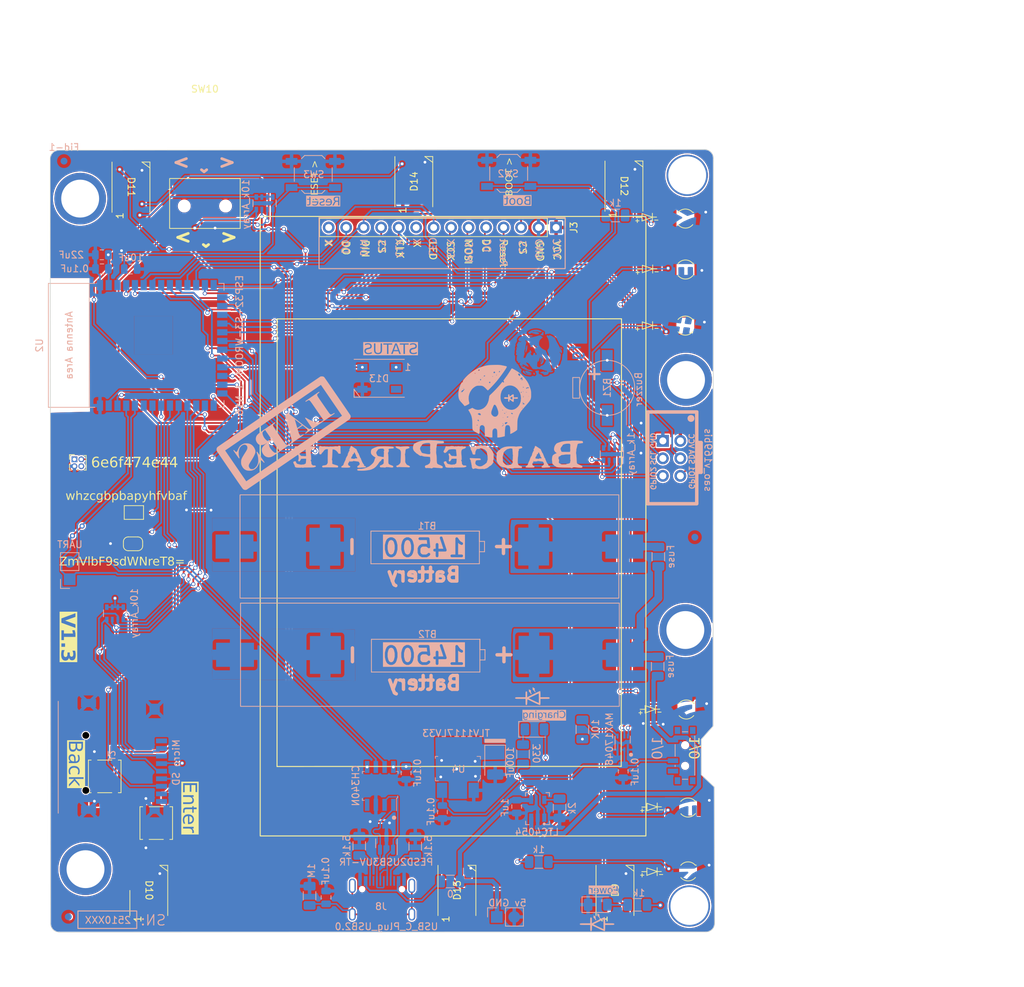
<source format=kicad_pcb>
(kicad_pcb (version 20240108) (generator "pcbnew") (generator_version "8.0")
  (title_block (title "CactusCon") (date "2024-11-23") (rev "Prototype_v1.3") (company "BadgePirates") (comment 1 "2 Input Buttons / 1x Rotaty Dials / SPI TFT w/Touch") (comment 2 "Lipo Charger / 14500 Batteryx2 / Fuel Guage") (comment 3 "USB to Serial Programming / MicroSD / Buzzer") (comment 4 "ESP32-S3 WROOM (WIFI/BTLE) - N16"))
  (layers (0 "F.Cu" signal) (31 "B.Cu" signal) (34 "B.Paste" user) (35 "F.Paste" user) (36 "B.SilkS" user "B.Silkscreen") (37 "F.SilkS" user "F.Silkscreen") (38 "B.Mask" user) (39 "F.Mask" user) (44 "Edge.Cuts" user))
  (net 0 "")
  (net 1 "/Power and Charge Curcuit/BATTERY1+")
  (net 2 "GND")
  (net 3 "RESET")
  (net 4 "VBUS")
  (net 5 "VCC")
  (net 6 "+BATT")
  (net 7 "Net-(D4-A)")
  (net 8 "Net-(D5-A)")
  (net 9 "Net-(D6-A)")
  (net 10 "IO18")
  (net 11 "Net-(D7-A)")
  (net 12 "Net-(D8-A)")
  (net 13 "D+")
  (net 14 "D-")
  (net 15 "/Power and Charge Curcuit/BATTERY2+")
  (net 16 "Net-(SW1-A)")
  (net 17 "USB_RX_ESP_TX")
  (net 18 "USB_TX_ESP_RX")
  (net 19 "Boot")
  (net 20 "Net-(J8-SHIELD)")
  (net 21 "Net-(J8-VBUS-PadA4)")
  (net 22 "Net-(J8-CC1)")
  (net 24 "Net-(J8-CC2)")
  (net 25 "Net-(U1-PROG)")
  (net 26 "Net-(U1-~{CHRG})")
  (net 27 "IO15")
  (net 28 "IO05")
  (net 29 "IO04")
  (net 30 "IO10")
  (net 31 "IO14")
  (net 32 "IO13")
  (net 33 "IO12")
  (net 34 "IO11")
  (net 36 "IO37")
  (net 37 "IO36")
  (net 38 "IO35")
  (net 39 "IO38")
  (net 40 "IO16")
  (net 41 "IO17")
  (net 42 "IO08")
  (net 43 "IO09")
  (net 44 "IO48")
  (net 45 "IO02")
  (net 46 "IO01")
  (net 50 "Net-(D11-DOUT)")
  (net 51 "Net-(D12-DOUT)")
  (net 52 "IO19")
  (net 53 "/Power and Charge Curcuit/BATT_LVL_~{ALERT}")
  (net 56 "IO47")
  (net 57 "IO06")
  (net 58 "IO07")
  (net 59 "IO20")
  (net 60 "IO03")
  (net 61 "IO21")
  (net 62 "IO45")
  (net 63 "IO46")
  (net 64 "Net-(D1-A)")
  (net 65 "Net-(D2-K)")
  (net 66 "Net-(D3-A)")
  (net 67 "Net-(D10-DOUT)")
  (net 69 "IO39")
  (net 70 "IO41")
  (net 71 "IO42")
  (net 72 "IO40")
  (net 74 "Net-(D15-DIN)")
  (net 77 "Net-(D12-DIN)")
  (footprint "BadgePirates:Badgelife-SAOv169-SAO_Side_B.SLK" (layer "F.Cu") (at 212.0234 90.2448 -90)
    (property "Reference" "X1" (hide yes))
    (property "Value" "sao_v169bis")
  )
  (footprint "" (layer "F.Cu") (at 214.1 115.575)
    (property "Reference" "")
    (property "Value" "")
  )
  (footprint "BadgePirates:LED_Osram_Lx_P47F_D2mm_ReverseMount_Proper_Mask Only" (layer "F.Cu") (at 214.4988 150.64 180)
    (property "Reference" "D8" (hide yes))
    (property "Value" "LED")
  )
  (footprint "BadgePirates:LED_WS2812B_PLCC4_5.0x5.0mm_P3.2mm" (layer "F.Cu") (at 133.6 51.24 90)
    (property "Reference" "D11")
    (property "Value" "WS2812B" (hide yes))
  )
  (footprint "BadgePirates:LED_Osram_Lx_P47F_D2mm_ReverseMount_Proper_Mask Only" (layer "F.Cu") (at 214.1 71.35 180)
    (property "Reference" "D5" (hide yes))
    (property "Value" "LED")
  )
  (footprint "Fiducial:Fiducial_0.5mm_Mask1mm" (layer "F.Cu") (at 210.5 158.5)
    (property "Reference" "Fid-5" (hide yes))
    (property "Value" "Fiducial_0.5mm_Mask1mm")
  )
  (footprint "BadgePirates:SW_SPST_TL3305C(small)" (layer "F.Cu") (at 129.79 136.84 90)
    (property "Reference" "SW4" (hide yes))
    (property "Value" "SW_Down" (hide yes))
  )
  (footprint "BadgePirates:LED_Osram_Lx_P47F_D2mm_ReverseMount_Proper_Mask Only" (layer "F.Cu") (at 214.11 55.8 180)
    (property "Reference" "D3" (hide yes))
    (property "Value" "LED")
  )
  (footprint "BadgePirates:SW_SPST_TL3305C(small)" (layer "F.Cu") (at 137.27 143.62 90)
    (property "Reference" "SW8" (hide yes))
    (property "Value" "SW_Center" (hide yes))
  )
  (footprint "BadgePirates:LED_Osram_Lx_P47F_D2mm_ReverseMount_Proper_Mask Only" (layer "F.Cu") (at 214.12 63.2 180)
    (property "Reference" "D4" (hide yes))
    (property "Value" "LED")
  )
  (footprint "BadgePiratesLogos:FG_B.Cu" (layer "F.Cu") (at 193.06 75.29 -90)
    (property "Reference" "G***" (hide yes))
    (property "Value" "fg")
  )
  (footprint "BadgePirates:LED_WS2812B_PLCC4_5.0x5.0mm_P3.2mm" (layer "F.Cu") (at 136.19 153.41 90)
    (property "Reference" "D10")
    (property "Value" "WS2812B" (hide yes))
  )
  (footprint "BadgePiratesFootprints:LED_WS2812B_PLCC4_5.0x5.0mm_P3.2mm" (layer "F.Cu") (at 174.67 50.44 90)
    (property "Reference" "D14")
    (property "Value" "WS2812B" (hide yes))
  )
  (footprint "BadgePirates:Hole_5.5mm" (layer "F.Cu") (at 214.37 49.51)
    (property "Reference" "REF**" (hide yes))
    (property "Value" "5.5mm" (hide yes))
  )
  (footprint "BadgePirates:SIQ-02FVS3_Encoder" (layer "F.Cu") (at 144.34 49.48)
    (property "Reference" "SW10")
    (property "Value" "RotaryEncoder_Switch")
  )
  (footprint "BadgePiratesFootprints:LED_WS2812B_PLCC4_5.0x5.0mm_P3.2mm" (layer "F.Cu") (at 180.93 153.41 90)
    (property "Reference" "D15")
    (property "Value" "WS2812B" (hide yes))
  )
  (footprint "BadgePirates:Hole_5.5mm" (layer "F.Cu") (at 214.69 155.67)
    (property "Reference" "REF**" (hide yes))
    (property "Value" "5.5mm" (hide yes))
  )
  (footprint "BadgePiratesLogos:LED_Schematic_B.SLK" (layer "F.Cu") (at 191.920166 125.153244)
    (property "Reference" "G***" (hide yes))
    (property "Value" "LOGO" (hide yes))
  )
  (footprint "Connector_PinHeader_1.00mm:PinHeader_2x02_P1.00mm_Vertical" (layer "F.Cu") (at 125.39 90.78)
    (property "Reference" "REF**" (hide yes))
    (property "Value" "PinHeader_2x02_P1.00mm_Vertical" (hide yes))
  )
  (footprint "BadgePirates_Logos:BPSkull_Distressed_B.SILK" (layer "F.Cu") (at 186.45 82.325)
    (property "Reference" "G***" (hide yes))
    (property "Value" "BP Logo" (hide yes))
  )
  (footprint "BadgePiratesLogos:LED_Schematic_B.SLK" (layer "F.Cu") (at 201.31 158)
    (property "Reference" "G***" (hide yes))
    (property "Value" "LOGO" (hide yes))
  )
  (footprint "Connector_PinHeader_2.54mm:PinHeader_1x14_P2.54mm_Vertical" (layer "F.Cu") (at 195.33 57.09 -90)
    (property "Reference" "J3")
    (property "Value" " ILI9341V")
  )
  (footprint "Jumper:SolderJumper-2_P1.3mm_Bridged_RoundedPad1.0x1.5mm" (layer "F.Cu") (at 133.9 103.05 180)
    (property "Reference" "REF**" (hide yes))
    (property "Value" "Feel Lucky?" (hide yes))
  )
  (footprint "BadgePirates:LED_Osram_Lx_P47F_D2mm_ReverseMount_Proper_Mask Only" (layer "F.Cu") (at 214.25 127.12 180)
    (property "Reference" "D6" (hide yes))
    (property "Value" "LED")
  )
  (footprint "Fiducial:Fiducial_0.5mm_Mask1mm" (layer "F.Cu") (at 124.68 157.24)
    (property "Reference" "Fid-6" (hide yes))
    (property "Value" "Fiducial_0.5mm_Mask1mm")
  )
  (footprint "BadgePiratesFootprints:LED_WS2812B_PLCC4_5.0x5.0mm_P3.2mm" (layer "F.Cu") (at 203.88 153.41 90)
    (property "Reference" "D9")
    (property "Value" "WS2812B" (hide yes))
  )
  (footprint "Jumper:SolderJumper-2_P1.3mm_Open_TrianglePad1.0x1.5mm" (layer "F.Cu") (at 134.025 98.5 180)
    (property "Reference" "REF**" (hide yes))
    (property "Value" "???" (hide yes))
  )
  (footprint "BadgePirates:LED_Osram_Lx_P47F_D2mm_ReverseMount_Proper_Mask Only" (layer "F.Cu") (at 214.4992 141.36 180)
    (property "Reference" "D7" (hide yes))
    (property "Value" "LED")
  )
  (footprint "" (layer "F.Cu") (at 126.225 52.9)
    (property "Reference" "")
    (property "Value" "")
  )
  (footprint "Fiducial:Fiducial_0.5mm_Mask1mm" (layer "F.Cu") (at 195.01 46.73)
    (property "Reference" "Fid-4" (hide yes))
    (property "Value" "Fiducial_0.5mm_Mask1mm")
  )
  (footprint "BadgePirates:LED_WS2812B_PLCC4_5.0x5.0mm_P3.2mm" (layer "F.Cu") (at 205.18 51.09 90)
    (property "Reference" "D12")
    (property "Value" "WS2812B" (hide yes))
  )
  (footprint "BadgePirates:LED_1206" (layer "B.Cu") (at 192.19 130)
    (property "Reference" "D2" (hide yes))
    (property "Value" "Charging" (hide yes))
  )
  (footprint "BadgePirates:Threaded_Standoffs" (layer "B.Cu") (at 214 82.34 180)
    (property "Reference" "REF**")
    (property "Value" "Threaded_Standoffs")
  )
  (footprint "BadgePirates:R_1206_3216Metric" (layer "B.Cu") (at 207.13 155.5 180)
    (property "Reference" "R1" (hide yes))
    (property "Value" "1k")
  )
  (footprint "BadgePirates:R_Array_Convex_4x0603" (layer "B.Cu") (at 152.999556 53.575 -90)
    (property "Reference" "RN3" (hide yes))
    (property "Value" "10k_Array")
  )
  (footprint "BadgePirates:SOT-23" (layer "B.Cu") (at 170.7 146.5525 90)
    (property "Reference" "D19" (hide yes))
    (property "Value" "PESD2USB3UV-TR")
  )
  (footprint "BadgePirates:Battery - 14500" (layer "B.Cu") (at 177.011 119.1648 180)
    (property "Reference" "BT2")
    (property "Value" "Battery")
  )
  (footprint "BadgePirates:TF_PUSH" (layer "B.Cu") (at 138.84 133.93 90)
    (property "Reference" "J2")
    (property "Value" "Micro_SD_Card")
  )
  (footprint "BadgePirates:PinHeader_1x02_P2.54mm_Vertical" (layer "B.Cu") (at 124.7 108.2)
    (property "Reference" "J4" (hide yes))
    (property "Value" "UART")
  )
  (footprint "BadgePirates:PinHeader_1x02_P2.54mm_Vertical" (layer "B.Cu") (at 186.715 157.26 -90)
    (property "Reference" "J1" (hide yes))
    (property "Value" "5v GND")
  )
  (footprint "BadgePiratesLogos:BadgePiratesLabs" (layer "B.Cu") (at 168.775 59.75 180)
    (property "Reference" "Ref**" (hide yes))
    (property "Value" "Val**" (hide yes))
  )
  (footprint "BadgePirates:C_0805_2012Metric" (layer "B.Cu") (at 133.56 63.13)
    (property "Reference" "C9")
    (property "Value" "10uF")
  )
  (footprint "BadgePirates:C_0805_2012Metric" (layer "B.Cu") (at 189.611 141.224 -90)
    (property "Reference" "C2" (hide yes))
    (property "Value" "1uF")
  )
  (footprint "BadgePirates:C_0805_2012Metric" (layer "B.Cu") (at 178.825 142.0125 -90)
    (property "Reference" "C6" (hide yes))
    (property "Value" "0.1uF")
  )
  (footprint "BadgePirates:R_1206_3216Metric" (layer "B.Cu") (at 203.95 55.35)
    (property "Reference" "R10" (hide yes))
    (property "Value" "1k")
  )
  (footprint "BadgePirates:R_1206_3216Metric" (layer "B.Cu") (at 179.97 152.11 180)
    (property "Reference" "R6" (hide yes))
    (property "Value" "0")
  )
  (footprint "BadgePirates:R_1206_3216Metric" (layer "B.Cu") (at 210.18 104.92 -90)
    (property "Reference" "F2" (hide yes))
    (property "Value" "Fuse")
  )
  (footprint "Fiducial:Fiducial_1mm_Mask2mm" (layer "B.Cu") (at 124.5 157.23 180)
    (property "Reference" "Fid-3" (hide yes))
    (property "Value" "Fiducial_1mm_Mask2mm")
  )
  (footprint "BadgePirates:R_Array_Convex_4x0603" (layer "B.Cu") (at 203.427 90.031 -90)
    (property "Reference" "RN2" (hide yes))
    (property "Value" "1k_Array")
  )
  (footprint "BadgePiratesFootprints:SW_SPST_TL3342 (NewButton)" (layer "B.Cu") (at 188.45 49.225)
    (property "Reference" "SW2")
    (property "Value" "Boot")
  )
  (footprint "BadgePirates:R_1206_3216Metric" (layer "B.Cu") (at 166.75 146.927 90)
    (property "Reference" "R7" (hide yes))
    (property "Value" "5.1k")
  )
  (footprint "BadgePirates:R_1206_3216Metric" (layer "B.Cu") (at 174.88 146.99 90)
    (property "Reference" "R8" (hide yes))
    (property "Value" "5.1k")
  )
  (footprint "Fiducial:Fiducial_1mm_Mask2mm" (layer "B.Cu") (at 215.48 102.09 -90)
    (property "Reference" "Fid-2" (hide yes))
    (property "Value" "Fiducial_1mm_Mask2mm")
  )
  (footprint "BadgePirates:ESP32-S3-WROOM-1" (layer "B.Cu") (at 137.358604 74.225 -90)
    (property "Reference" "U2")
    (property "Value" "ESP32-S3-WROOM-1 N16")
  )
  (footprint "BadgePirates:SOIC-8-1EP_W3.9mm" (layer "B.Cu") (at 169.795 138.22 180)
    (property "Reference" "U3" (hide yes))
    (property "Value" "CH340N")
  )
  (footprint "BadgePirates:C_0805_2012Metric" (layer "B.Cu") (at 129.37 61.06 180)
    (property "Reference" "C4" (hide yes))
    (property "Value" "22uF")
  )
  (footprint "BadgePirates:LED_WS2812B_PLCC4_5.0x5.0mm_P3.2mm" (layer "B.Cu") (at 169.65 79 180)
    (property "Reference" "D13")
    (property "Value" "WS2812B" (hide yes))
  )
  (footprint "Fiducial:Fiducial_1mm_Mask2mm" (layer "B.Cu") (at 123.875 47.45 180)
    (property "Reference" "Fid-1")
    (property "Value" "Fiducial_1mm_Mask2mm")
  )
  (footprint "BadgePirates:Threaded_Standoffs" (layer "B.Cu") (at 126.8 153.42 180)
    (property "Reference" "REF**")
    (property "Value" "Threaded_Standoffs")
  )
  (footprint "BadgePirates:FUET-9032-Buzzer" (layer "B.Cu") (at 202.75 76.39 -90)
    (property "Reference" "BZ1")
    (property "Value" "Buzzer")
  )
  (footprint "BadgePirates:C_0805_2012Metric" (layer "B.Cu") (at 161.93 154.4225 90)
    (property "Reference" "C8" (hide yes))
    (property "Value" "0.1uF")
  )
  (footprint "BadgePirates:C_0805_2012Metric" (layer "B.Cu") (at 173.5516 136.347556 -90)
    (property "Reference" "C5" (hide yes))
    (property "Value" "0.1uF")
  )
  (footprint "BadgePirates:R_1206_3216Metric" (layer "B.Cu") (at 199.15 130.025 90)
    (property "Reference" "R13" (hide yes))
    (property "Value" "10K")
  )
  (footprint "BadgePirates:R_1206_3216Metric" (layer "B.Cu") (at 192.81 149.28)
    (property "Reference" "R9" (hide yes))
    (property "Value" "1k")
  )
  (footprint "BadgePirates:R_1206_3216Metric" (layer "B.Cu") (at 210.08 120.87 -90)
    (property "Reference" "F1" (hide yes))
    (property "Value" "Fuse")
  )
  (footprint "BadgePirates:LTC4054" (layer "B.Cu") (at 192.665 141.539744 180)
    (property "Reference" "U1" (hide yes))
    (property "Value" "LTC4054")
  )
  (footprint "BadgePirates:R_1206_3216Metric" (layer "B.Cu") (at 159.53 154.18 90)
    (property "Reference" "R5" (hide yes))
    (property "Value" "1M")
  )
  (footprint "BadgePirates:100uf_CP_Pad1.50x2.35mm" (layer "B.Cu") (at 186.4848 134.946256 -90)
    (property "Reference" "C7" (hide yes))
    (property "Value" "100uF")
  )
  (footprint "BadgePirates:SW_SPDT_PCM12" (layer "B.Cu") (at 213.738604 133.811396 -90)
    (property "Reference" "SW1" (hide yes))
    (property "Value" "On/Off" (hide yes))
  )
  (footprint "BadgePirates:Battery - 14500" (layer "B.Cu") (at 176.94 103.44 180)
    (property "Reference" "BT1")
    (property "Value" "Battery")
  )
  (footprint "BadgePirates:C_0805_2012Metric" (layer "B.Cu") (at 129.39 63.1 180)
    (property "Reference" "C3" (hide yes))
    (property "Value" "0.1uF")
  )
  (footprint "BadgePiratesFootprints:SW_SPST_TL3342 (NewButton)" (layer "B.Cu") (at 160.07 49.39 180)
    (property "Reference" "SW3")
    (property "Value" "Reset")
  )
  (footprint "BadgePirates:R_Array_Convex_4x0603" (layer "B.Cu") (at 131.29 113.15 -90)
    (property "Reference" "RN1" (hide yes))
    (property "Value" "10k_Array")
  )
  (footprint "BadgePirates:LED_1206" (layer "B.Cu") (at 201.38 155.47)
    (property "Reference" "D1" (hide yes))
    (property "Value" "PWR" (hide yes))
  )
  (footprint "BadgePirates:C_0805_2012Metric" (layer "B.Cu") (at 205.08 136.1025 90)
    (property "Reference" "C10" (hide yes))
    (property "Value" "0.1uF")
  )
  (footprint "BadgePirates:R_1206_3216Metric" (layer "B.Cu") (at 190.53 133.62 -90)
    (property "Reference" "R3" (hide yes))
    (property "Value" "330")
  )
  (footprint "BadgePirates:USB_C_Receptical-Jing" (layer "B.Cu") (at 170.06 152.73 180)
    (property "Reference" "J8")
    (property "Value" "USB_C_Plug_USB2.0")
  )
  (footprint "BadgePirates:SOT-223" (layer "B.Cu") (at 181.07 135.71 180)
    (property "Reference" "U4")
    (property "Value" "TLV1117LV33")
  )
  (footprint "BadgePirates:R_1206_3216Metric" (layer "B.Cu") (at 195.834 141.478 -90)
    (property "Reference" "R2" (hide yes))
    (property "Value" "2k")
  )
  (footprint "BadgePirates:MAX17048_TDFN" (layer "B.Cu") (at 205 131.98 90)
    (property "Reference" "U5" (hide yes))
    (property "Value" "MAX17048")
  )
  (gr_rect (start 160.91 55.66) (end 196.65 63.07) (stroke (width 0.15)) (fill none) (layer "B.SilkS"))
  (gr_circle (center 206.21 133.69) (end 206.425407 133.69) (stroke (width 0.15)) (fill solid) (layer "B.SilkS"))
  (gr_rect (start 185.02 131.45) (end 187.94 131.89) (stroke (width 0.15)) (fill solid) (layer "B.SilkS"))
  (gr_line (start 154.830002 70.380035) (end 154.809998 135.399964) (stroke (width 0.15)) (layer "F.SilkS"))
  (gr_line (start 204.789998 135.389964) (end 204.829998 70.359964) (stroke (width 0.15)) (layer "F.SilkS"))
  (gr_line (start 204.829998 70.359964) (end 154.830002 70.380035) (stroke (width 0.15)) (layer "F.SilkS"))
  (gr_line (start 154.809998 135.399964) (end 204.789998 135.389964) (stroke (width 0.15)) (layer "F.SilkS"))
  (gr_rect (start 152.37 55.49) (end 208.37 145.49) (stroke (width 0.15)) (fill none) (layer "F.SilkS"))
  (gr_line (start 216.42 136.61) (end 216.41 131.46) (stroke (width 0.1)) (layer "Edge.Cuts"))
  (gr_line (start 216.41 131.46) (end 218.13 129.53) (stroke (width 0.1)) (layer "Edge.Cuts"))
  (gr_arc (start 121.873883 47.12) (mid 122.24 46.236117) (end 123.123883 45.87) (stroke (width 0.1)) (layer "Edge.Cuts"))
  (gr_line (start 218.3 138.39) (end 216.42 136.61) (stroke (width 0.1)) (layer "Edge.Cuts"))
  (gr_line (start 216.916117 45.773883) (end 123.123883 45.87) (stroke (width 0.1)) (layer "Edge.Cuts"))
  (gr_arc (start 123.183883 159.456117) (mid 122.3 159.09) (end 121.933883 158.206117) (stroke (width 0.1)) (layer "Edge.Cuts"))
  (gr_line (start 121.873883 47.12) (end 121.933883 158.206117) (stroke (width 0.1)) (layer "Edge.Cuts"))
  (gr_arc (start 216.916117 45.773883) (mid 217.8 46.14) (end 218.166117 47.023883) (stroke (width 0.1)) (layer "Edge.Cuts"))
  (gr_line (start 218.346117 158.186117) (end 218.3 138.39) (stroke (width 0.1)) (layer "Edge.Cuts"))
  (gr_line (start 123.183883 159.456117) (end 217.096117 159.436117) (stroke (width 0.1)) (layer "Edge.Cuts"))
  (gr_arc (start 218.346117 158.186117) (mid 217.98 159.07) (end 217.096117 159.436117) (stroke (width 0.1)) (layer "Edge.Cuts"))
  (gr_line (start 218.13 129.53) (end 218.166117 47.023883) (stroke (width 0.1)) (layer "Edge.Cuts"))
  (gr_text "Reset" (at 187.08 62.93 270) (layer "B.SilkS") (effects (font (size 1 1)) (justify left bottom mirror)))
  (gr_text "X" (at 175.76 58.56 90) (layer "B.SilkS") (effects (font (size 1 1)) (justify left bottom mirror)))
  (gr_text "SCK" (at 179.41 61.72 270) (layer "B.SilkS") (effects (font (size 1 1)) (justify left bottom mirror)))
  (gr_text "CS" (at 169.41 60.84 270) (layer "B.SilkS") (effects (font (size 1 1)) (justify left bottom mirror)))
  (gr_text "LED" (at 176.79 61.31 270) (layer "B.SilkS") (effects (font (size 1 1)) (justify left bottom mirror)))
  (gr_text "GND" (at 192.24 61.87 270) (layer "B.SilkS") (effects (font (size 1 1)) (justify left bottom mirror)))
  (gr_text "DIN" (at 166.81 61.36 270) (layer "B.SilkS") (effects (font (size 1 1)) (justify left bottom mirror)))
  (gr_text "Charging" (at 196.75 128.51 0) (layer "B.SilkS" knockout) (effects (font (size 1 1)) (justify left bottom mirror)))
  (gr_text "DC" (at 184.71 60.81 -90) (layer "B.SilkS") (effects (font (size 1 1)) (justify left bottom mirror)))
  (gr_text "DO" (at 164.09 61.01 270) (layer "B.SilkS") (effects (font (size 1 1)) (justify left bottom mirror)))
  (gr_text "VCC" (at 194.78 61.63 270) (layer "B.SilkS") (effects (font (size 1 1)) (justify left bottom mirror)))
  (gr_text "CS" (at 189.83 60.99 270) (layer "B.SilkS") (effects (font (size 1 1)) (justify left bottom mirror)))
  (gr_text "SN:" (at 138.79 158.62 0) (layer "B.SilkS") (effects (font (size 1.5 1.5)) (justify left bottom mirror)))
  (gr_text "Buzzer" (at 207.89 78.01 90) (layer "B.SilkS") (effects (font (size 1 1)) (justify left bottom mirror)))
  (gr_text "X" (at 161.67 59.82 270) (layer "B.SilkS") (effects (font (size 1 1)) (justify left bottom mirror)))
  (gr_text "Power" (at 204.4 153.99 0) (layer "B.SilkS" knockout) (effects (font (size 1 1)) (justify left bottom mirror)))
  (gr_text "MOSI" (at 182.07 62.36 270) (layer "B.SilkS") (effects (font (size 1 1)) (justify left bottom mirror)))
  (gr_text "< ^ >" (at 149.05 46.63 180) (layer "B.SilkS") (effects (font (size 2 2) (thickness 0.4) (bold yes)) (justify left bottom)))
  (gr_text "STATUS" (at 175.25 75.72 0) (layer "B.SilkS" knockout) (effects (font (size 1.5 1.5)) (justify left bottom mirror)))
  (gr_text "Reset" (at 164.02 54.1 0) (layer "B.SilkS" knockout) (effects (font (size 1.25 1.25)) (justify left bottom mirror)))
  (gr_text "Micro SD" (at 140.75 131.36 90) (layer "B.SilkS") (effects (font (size 1 1)) (justify left bottom mirror)))
  (gr_text "1/0" (at 211 131.04 90) (layer "B.SilkS") (effects (font (size 1.5 1.5)) (justify left bottom mirror)))
  (gr_text "CLK" (at 171.93 61.57 270) (layer "B.SilkS") (effects (font (size 1 1)) (justify left bottom mirror)))
  (gr_text "Boot" (at 191.79 54.01 0) (layer "B.SilkS" knockout) (effects (font (size 1.25 1.25)) (justify left bottom mirror)))
  (gr_text "CS" (at 189.9 58.98 270) (layer "F.SilkS") (effects (font (size 1 1)) (justify left bottom)))
  (gr_text "CS" (at 169.43 58.83 270) (layer "F.SilkS") (effects (font (size 1 1)) (justify left bottom)))
  (gr_text "Reset" (at 187.13 58.68 -90) (layer "F.SilkS") (effects (font (size 1 1)) (justify left bottom)))
  (gr_text "< ^ >" (at 149.32 57.5 180) (layer "F.SilkS") (effects (font (size 2 2) (thickness 0.4) (bold yes)) (justify left bottom)))
  (gr_text "Back" (at 124.25 131.53 270) (layer "F.SilkS" knockout) (effects (font (size 2 2)) (justify left bottom)))
  (gr_text "1/0" (at 216.42 131.01 90) (layer "F.SilkS") (effects (font (size 1.5 1.5)) (justify left bottom mirror)))
  (gr_text "RESET >" (at 160.9 53.42 90) (layer "F.SilkS") (effects (font (size 1 1)) (justify left bottom)))
  (gr_text "BOOT >" (at 189.16 52.53 90) (layer "F.SilkS") (effects (font (size 1 1)) (justify left bottom)))
  (gr_text "whzcgbpbapyhfvbaf" (at 124.09 96.89 0) (layer "F.SilkS") (effects (font (size 1.25 1.25)) (justify left bottom)))
  (gr_text "VCC" (at 194.89 58.9 270) (layer "F.SilkS") (effects (font (size 1 1)) (justify left bottom)))
  (gr_text "X" (at 174.55 58.94 270) (layer "F.SilkS") (effects (font (size 1 1)) (justify left bottom)))
  (gr_text "V1.3" (at 123.16 113.12 270) (layer "F.SilkS" knockout) (effects (font (size 2 2) (thickness 0.4) (bold yes)) (justify left bottom)))
  (gr_text "MOSI" (at 181.97 58.74 270) (layer "F.SilkS") (effects (font (size 1 1)) (justify left bottom)))
  (gr_text "ZmVlbF9sdWNreT8=" (at 123.17 106.41 0) (layer "F.SilkS") (effects (font (size 1.25 1.25)) (justify left bottom)))
  (gr_text "Enter" (at 140.83 137.55 270) (layer "F.SilkS" knockout) (effects (font (size 2 2)) (justify left bottom)))
  (gr_text "DIN" (at 167.06 58.83 270) (layer "F.SilkS") (effects (font (size 1 1)) (justify left bottom)))
  (gr_text "LED" (at 176.86 59.02 -90) (layer "F.SilkS") (effects (font (size 1 1)) (justify left bottom)))
  (gr_text "DO" (at 164.25 58.95 270) (layer "F.SilkS") (effects (font (size 1 1)) (justify left bottom)))
  (gr_text "6e6f474e44" (at 127.8 92.19 0) (layer "F.SilkS") (effects (font (size 1.5 1.5)) (justify left bottom)))
  (gr_text "GND" (at 192.4 58.88 270) (layer "F.SilkS") (effects (font (size 1 1)) (justify left bottom)))
  (gr_text "X" (at 161.68 58.83 270) (layer "F.SilkS") (effects (font (size 1 1)) (justify left bottom)))
  (gr_text "SCK" (at 179.41 58.92 -90) (layer "F.SilkS") (effects (font (size 1 1)) (justify left bottom)))
  (gr_text "CLK" (at 172.09 58.71 270) (layer "F.SilkS") (effects (font (size 1 1)) (justify left bottom)))
  (gr_text "DC" (at 184.54 58.66 270) (layer "F.SilkS") (effects (font (size 1 1)) (justify left bottom)))
  (gr_text_box "2510XXX" (start 125.9 156.39) (end 134.44 158.93) (layer "B.SilkS") (effects (font (size 1 1)) (justify left top mirror)) (border yes) (stroke (width 0.15)))
  (segment (start 205.24 103.45) (end 210.11 103.45) (width 1.143) (layer "B.Cu") (net 1))
  (segment (start 210.11 103.45) (end 210.18 103.52) (width 1.143) (layer "B.Cu") (net 1))
  (segment (start 168.33 143.41) (end 170.95 143.41) (width 0.25) (layer "F.Cu") (net 2))
  (segment (start 210.88 129.26) (end 210.77 129.15) (width 0.25) (layer "F.Cu") (net 2))
  (segment (start 141.66 98.13) (end 145.2 98.13) (width 0.25) (layer "F.Cu") (net 2))
  (segment (start 130.66 103.05) (end 130.63 103.02) (width 0.25) (layer "F.Cu") (net 2))
  (segment (start 133.3 98.5) (end 131.22 98.5) (width 0.25) (layer "F.Cu") (net 2))
  (segment (start 133.25 103.05) (end 130.66 103.05) (width 0.25) (layer "F.Cu") (net 2))
  (segment (start 207.68 89.85) (end 207.66 89.87) (width 0.25) (layer "F.Cu") (net 2))
  (segment (start 207.68 85.51) (end 207.68 89.85) (width 0.25) (layer "F.Cu") (net 2))
  (segment (start 210.77 129.15) (end 207.99 129.15) (width 0.25) (layer "F.Cu") (net 2))
  (segment (start 170.95 143.41) (end 171.14 143.6) (width 0.25) (layer "F.Cu") (net 2))
  (segment (start 145.2 98.13) (end 145.23 98.16) (width 0.25) (layer "F.Cu") (net 2))
  (segment (start 131.22 98.5) (end 130.63 99.09) (width 0.25) (layer "F.Cu") (net 2))
  (segment (start 133.47 61.7) (end 132.23 60.46) (width 0.25) (layer "F.Cu") (net 2))
  (segment (start 130.63 99.09) (end 130.63 103.02) (width 0.25) (layer "F.Cu") (net 2))
  (via (at 128.29 133.24) (size 0.6) (drill 0.4) (layers "F.Cu" "B.Cu") (net 2))
  (via (at 130.63 103.02) (size 0.6) (drill 0.4) (layers "F.Cu" "B.Cu") (net 2))
  (via (at 206.78 48.64) (size 0.6) (drill 0.4) (layers "F.Cu" "B.Cu") (net 2))
  (via (at 137.79 150.96) (size 0.6) (drill 0.4) (layers "F.Cu" "B.Cu") (net 2))
  (via (at 217.58 140.32) (size 0.6) (drill 0.4) (layers "F.Cu" "B.Cu") (net 2))
  (via (at 168.33 143.41) (size 0.6) (drill 0.4) (layers "F.Cu" "B.Cu") (net 2))
  (via (at 205.48 150.96) (size 0.6) (drill 0.4) (layers "F.Cu" "B.Cu") (net 2))
  (via (at 128.29 140.44) (size 0.6) (drill 0.4) (layers "F.Cu" "B.Cu") (net 2))
  (via (at 135.77 140.05) (size 0.6) (drill 0.4) (layers "F.Cu" "B.Cu") (net 2))
  (via (at 207.66 89.87) (size 0.6) (drill 0.4) (layers "F.Cu" "B.Cu") (net 2))
  (via (at 145.815 57.18) (size 0.6) (drill 0.4) (layers "F.Cu" "B.Cu") (net 2))
  (via (at 176.29 47.61) (size 0.6) (drill 0.4) (layers "F.Cu" "B.Cu") (net 2))
  (via (at 135.77 147.22) (size 0.6) (drill 0.4) (layers "F.Cu" "B.Cu") (net 2))
  (via (at 133.47 61.7) (size 0.6) (drill 0.4) (layers "F.Cu" "B.Cu") (net 2))
  (via (at 217.06 54.86) (size 0.6) (drill 0.4) (layers "F.Cu" "B.Cu") (net 2))
  (via (at 210.88 129.26) (size 0.6) (drill 0.4) (layers "F.Cu" "B.Cu") (net 2))
  (via (at 207.68 85.51) (size 0.6) (drill 0.4) (layers "F.Cu" "B.Cu") (net 2))
  (via (at 171.14 143.6) (size 0.6) (drill 0.4) (layers "F.Cu" "B.Cu") (net 2))
  (via (at 145.23 98.16) (size 0.6) (drill 0.4) (layers "F.Cu" "B.Cu") (net 2))
  (via (at 216.87 70.84) (size 0.6) (drill 0.4) (layers "F.Cu" "B.Cu") (net 2))
  (via (at 216.5 63.33) (size 0.6) (drill 0.4) (layers "F.Cu" "B.Cu") (net 2))
  (via (at 141.66 98.13) (size 0.6) (drill 0.4) (layers "F.Cu" "B.Cu") (net 2))
  (via (at 217.19 126.27) (size 0.6) (drill 0.4) (layers "F.Cu" "B.Cu") (net 2))
  (via (at 135.2 48.79) (size 0.6) (drill 0.4) (layers "F.Cu" "B.Cu") (net 2))
  (via (at 182.95 150.18) (size 0.6) (drill 0.4) (layers "F.Cu" "B.Cu") (net 2))
  (via (at 217.55 149.73) (size 0.6) (drill 0.4) (layers "F.Cu" "B.Cu") (net 2))
  (via (at 207.99 129.15) (size 0.6) (drill 0.4) (layers "F.Cu" "B.Cu") (net 2))
  (via (at 132.23 60.46) (size 0.6) (drill 0.4) (layers "F.Cu" "B.Cu") (net 2))
  (segment (start 129.098604 64.1175) (end 128.441104 63.46) (width 0.25) (layer "B.Cu") (net 2))
  (segment (start 138.04 137.18) (end 138.07 137.21) (width 0.25) (layer "B.Cu") (net 2))
  (segment (start 140.34 137.18) (end 138.04 137.18) (width 0.25) (layer "B.Cu") (net 2))
  (segment (start 129.098604 65.475) (end 129.098604 64.1175) (width 0.25) (layer "B.Cu") (net 2))
  (segment (start 135.77 147.22) (end 141.06 141.93) (width 0.25) (layer "B.Cu") (net 2))
  (segment (start 203.97 129.68) (end 204.75 130.52) (width 0.25) (layer "B.Cu") (net 2))
  (segment (start 204.75 130.52) (end 204.75 130.99) (width 0.25) (layer "B.Cu") (net 2))
  (segment (start 141.06 141.93) (end 141.06 137.9) (width 0.25) (layer "B.Cu") (net 2))
  (segment (start 141.06 137.9) (end 140.34 137.18) (width 0.25) (layer "B.Cu") (net 2))
  (segment (start 132.632104 61.492896) (end 133.245 60.88) (width 0.25) (layer "B.Cu") (net 3))
  (segment (start 156.92 51.29) (end 163.22 51.29) (width 0.25) (layer "B.Cu") (net 3))
  (segment (start 131.638604 64.4535) (end 132.632104 63.46) (width 0.25) (layer "B.Cu") (net 3))
  (segment (start 133.245 60.88) (end 152.81 60.88) (width 0.25) (layer "B.Cu") (net 3))
  (segment (start 154.199556 59.490444) (end 154.199556 54.475) (width 0.25) (layer "B.Cu") (net 3))
  (segment (start 132.632104 63.46) (end 132.632104 61.492896) (width 0.25) (layer "B.Cu") (net 3))
  (segment (start 152.81 60.88) (end 154.199556 59.490444) (width 0.25) (layer "B.Cu") (net 3))
  (segment (start 154.199556 54.010444) (end 156.92 51.29) (width 0.25) (layer "B.Cu") (net 3))
  (segment (start 154.199556 54.475) (end 154.199556 54.010444) (width 0.25) (layer "B.Cu") (net 3))
  (segment (start 131.638604 65.475) (end 131.638604 64.4535) (width 0.25) (layer "B.Cu") (net 3))
  (segment (start 193.81 137.03) (end 191.715 139.125) (width 0.25) (layer "F.Cu") (net 4))
  (segment (start 193.81 134.11) (end 193.81 137.03) (width 0.25) (layer "F.Cu") (net 4))
  (via (at 193.81 134.11) (size 0.6) (drill 0.4) (layers "F.Cu" "B.Cu") (net 4))
  (via (at 191.715 139.125) (size 0.6) (drill 0.4) (layers "F.Cu" "B.Cu") (net 4))
  (segment (start 186.75 157.225) (end 186.75 152.725) (width 0.635) (layer "B.Cu") (net 4))
  (segment (start 181.37 151.83) (end 181.37 147.814) (width 0.635) (layer "B.Cu") (net 4))
  (segment (start 181.37 147.814) (end 188.8975 140.2865) (width 0.635) (layer "B.Cu") (net 4))
  (segment (start 186.085 152.06) (end 181.6 152.06) (width 0.635) (layer "B.Cu") (net 4))
  (segment (start 188.8975 140.2865) (end 189.611 140.2865) (width 0.635) (layer "B.Cu") (net 4))
  (segment (start 181.6 152.06) (end 181.37 151.83) (width 0.635) (layer "B.Cu") (net 4))
  (segment (start 193.77 129.27) (end 193.73 129.23) (width 0.25) (layer "B.Cu") (net 4))
  (segment (start 186.75 152.725) (end 186.085 152.06) (width 0.635) (layer "B.Cu") (net 4))
  (segment (start 189.611 140.2865) (end 191.668244 140.2865) (width 0.635) (layer "B.Cu") (net 4))
  (segment (start 193.77 134.07) (end 193.77 129.27) (width 0.25) (layer "B.Cu") (net 4))
  (segment (start 193.81 134.11) (end 193.77 134.07) (width 0.25) (layer "B.Cu") (net 4))
  (segment (start 186.715 157.26) (end 186.75 157.225) (width 0.635) (layer "B.Cu") (net 4))
  (segment (start 191.715 139.125) (end 191.715 140.239744) (width 0.25) (layer "B.Cu") (net 4))
  (segment (start 191.668244 140.2865) (end 191.715 140.239744) (width 0.635) (layer "B.Cu") (net 4))
  (via (at 173.5516 135.410056) (size 0.6) (drill 0.4) (layers "F.Cu" "B.Cu") (net 5))
  (via (at 183.575 134.65) (size 0.75) (drill 0.4) (layers "F.Cu" "B.Cu") (net 5))
  (via (at 183.625 136.825) (size 0.75) (drill 0.4) (layers "F.Cu" "B.Cu") (net 5))
  (via (at 167.89 135.47) (size 0.6) (drill 0.4) (layers "F.Cu" "B.Cu") (net 5))
  (via (at 141.04 134.92) (size 0.6) (drill 0.4) (layers "F.Cu" "B.Cu") (net 5))
  (via (at 180.91 135.76) (size 0.75) (drill 0.4) (layers "F.Cu" "B.Cu") (net 5))
  (via (at 172.1 77.4) (size 0.6) (drill 0.4) (layers "F.Cu" "B.Cu") (net 5))
  (via (at 199.15 131.425) (size 0.6) (drill 0.4) (layers "F.Cu" "B.Cu") (net 5))
  (via (at 134.89 55.31) (size 0.6) (drill 0.4) (layers "F.Cu" "B.Cu") (net 5))
  (via (at 130.3075 61.06) (size 0.6) (drill 0.4) (layers "F.Cu" "B.Cu") (net 5))
  (via (at 131.28 110.96) (size 0.6) (drill 0.4) (layers "F.Cu" "B.Cu") (net 5))
  (via (at 202.75 76.39) (size 0.6) (drill 0.4) (layers "F.Cu" "B.Cu") (net 5))
  (via (at 178.71 134.52) (size 0.75) (drill 0.4) (layers "F.Cu" "B.Cu") (net 5))
  (via (at 171.7 135.47) (size 0.6) (drill 0.4) (layers "F.Cu" "B.Cu") (net 5))
  (via (at 210.47 155.56) (size 0.75) (drill 0.4) (layers "F.Cu" "B.Cu") (net 5))
  (via (at 178.59 136.92) (size 0.75) (drill 0.4) (layers "F.Cu" "B.Cu") (net 5))
  (segment (start 208.59 155.56) (end 208.53 155.5) (width 0.25) (layer "B.Cu") (net 5))
  (segment (start 130.3075 61.06) (end 130.316104 61.068604) (width 0.25) (layer "B.Cu") (net 5))
  (segment (start 210.47 155.56) (end 208.59 155.56) (width 0.25) (layer "B.Cu") (net 5))
  (segment (start 130.09 112.25) (end 131.29 112.25) (width 0.25) (layer "B.Cu") (net 5))
  (segment (start 134.89 55.31) (end 136.416396 55.31) (width 0.25) (layer "B.Cu") (net 5))
  (segment (start 130.316104 61.068604) (end 130.316104 63.46) (width 0.25) (layer "B.Cu") (net 5))
  (segment (start 131.29 112.25) (end 131.29 110.97) (width 0.25) (layer "B.Cu") (net 5))
  (segment (start 130.316104 63.46) (end 130.368604 63.5125) (width 0.25) (layer "B.Cu") (net 5))
  (segment (start 130.368604 63.5125) (end 130.368604 65.475) (width 0.25) (layer "B.Cu") (net 5))
  (segment (start 131.29 112.25) (end 132.49 112.25) (width 0.25) (layer "B.Cu") (net 5))
  (segment (start 171.7 135.47) (end 171.704 135.47) (width 0.25) (layer "B.Cu") (net 5))
  (segment (start 141.04 134.92) (end 138.05 134.92) (width 0.25) (layer "B.Cu") (net 5))
  (segment (start 139.101396 52.625) (end 154.175 52.625) (width 0.25) (layer "B.Cu") (net 5))
  (segment (start 167.89 135.47) (end 167.894 135.47) (width 0.25) (layer "B.Cu") (net 5))
  (segment (start 136.416396 55.31) (end 139.101396 52.625) (width 0.25) (layer "B.Cu") (net 5))
  (segment (start 131.29 110.97) (end 131.28 110.96) (width 0.25) (layer "B.Cu") (net 5))
  (segment (start 180.155 142.055) (end 180.138616 142.055) (width 0.25) (layer "B.Cu") (net 6))
  (segment (start 178.8766 140.792984) (end 178.8766 139.8408) (width 0.25) (layer "B.Cu") (net 6))
  (segment (start 205.25 132.97) (end 205.25 135.055) (width 0.25) (layer "B.Cu") (net 6))
  (segment (start 190.48 136.99) (end 185.145 142.325) (width 0.25) (layer "B.Cu") (net 6))
  (segment (start 180.425 142.325) (end 180.155 142.055) (width 0.25) (layer "B.Cu") (net 6))
  (segment (start 205.25 132.97) (end 204.75 132.97) (width 0.25) (layer "B.Cu") (net 6))
  (segment (start 180.138616 142.055) (end 178.8766 140.792984) (width 0.25) (layer "B.Cu") (net 6))
  (segment (start 206.8 135.27) (end 199.277173 135.27) (width 0.25) (layer "B.Cu") (net 6))
  (segment (start 212.297208 134.55) (end 207.52 134.55) (width 0.25) (layer "B.Cu") (net 6))
  (segment (start 185.145 142.325) (end 180.425 142.325) (width 0.25) (layer "B.Cu") (net 6))
  (segment (start 207.52 134.55) (end 206.8 135.27) (width 0.25) (layer "B.Cu") (net 6))
  (segment (start 212.308604 134.561396) (end 212.297208 134.55) (width 0.25) (layer "B.Cu") (net 6))
  (segment (start 197.557173 136.99) (end 190.48 136.99) (width 0.25) (layer "B.Cu") (net 6))
  (segment (start 199.277173 135.27) (end 197.557173 136.99) (width 0.25) (layer "B.Cu") (net 6))
  (via (at 211.6 63.01) (size 0.6) (drill 0.4) (layers "F.Cu" "B.Cu") (net 7))
  (segment (start 202.502 88.856) (end 202.502 88.481) (width 0.25) (layer "B.Cu") (net 7))
  (segment (start 204.9 63.08) (end 211.53 63.08) (width 0.25) (layer "B.Cu") (net 7))
  (segment (start 211.6 63.01) (end 211.67 63.08) (width 0.25) (layer "B.Cu") (net 7))
  (segment (start 211.67 63.08) (end 211.7 63.08) (width 0.25) (layer "B.Cu") (net 7))
  (segment (start 200.175 86.154) (end 200.175 67.805) (width 0.25) (layer "B.Cu") (net 7))
  (segment (start 202.227 89.131) (end 202.502 88.856) (width 0.25) (layer "B.Cu") (net 7))
  (segment (start 200.175 67.805) (end 204.9 63.08) (width 0.25) (layer "B.Cu") (net 7))
  (segment (start 211.53 63.08) (end 211.6 63.01) (width 0.25) (layer "B.Cu") (net 7))
  (segment (start 202.502 88.481) (end 200.175 86.154) (width 0.25) (layer "B.Cu") (net 7))
  (via (at 211.31 72.23) (size 0.6) (drill 0.4) (layers "F.Cu" "B.Cu") (net 8))
  (segment (start 204.443604 71.41) (end 200.625 75.228604) (width 0.25) (layer "B.Cu") (net 8))
  (segment (start 200.625 85.967604) (end 203.027 88.369604) (width 0.25) (layer "B.Cu") (net 8))
  (segment (start 210.49 71.41) (end 204.443604 71.41) (width 0.25) (layer "B.Cu") (net 8))
  (segment (start 203.027 88.369604) (end 203.027 89.131) (width 0.25) (layer "B.Cu") (net 8))
  (segment (start 200.625 75.228604) (end 200.625 85.967604) (width 0.25) (layer "B.Cu") (net 8))
  (segment (start 211.31 72.23) (end 210.49 71.41) (width 0.25) (layer "B.Cu") (net 8))
  (segment (start 204.51 124.35) (end 204.52 124.34) (width 0.25) (layer "F.Cu") (net 9))
  (segment (start 208.84 126.34) (end 211.78 126.34) (width 0.25) (layer "F.Cu") (net 9))
  (segment (start 204.825 89.035) (end 203.87 88.08) (width 0.25) (layer "F.Cu") (net 9))
  (segment (start 204.65 124.500772) (end 204.51 124.360772) (width 0.25) (layer "F.Cu") (net 9))
  (segment (start 204.51 124.35) (end 204.825 124.035) (width 0.25) (layer "F.Cu") (net 9))
  (segment (start 204.51 124.360772) (end 204.51 124.35) (width 0.25) (layer "F.Cu") (net 9))
  (segment (start 204.825 124.035) (end 204.825 89.035) (width 0.25) (layer "F.Cu") (net 9))
  (segment (start 206.92 124.42) (end 208.84 126.34) (width 0.25) (layer "F.Cu") (net 9))
  (via (at 203.87 88.08) (size 0.6) (drill 0.4) (layers "F.Cu" "B.Cu") (net 9))
  (via (at 204.65 124.500772) (size 0.6) (drill 0.4) (layers "F.Cu" "B.Cu") (net 9))
  (via (at 206.92 124.42) (size 0.6) (drill 0.4) (layers "F.Cu" "B.Cu") (net 9))
  (segment (start 203.827 88.123) (end 203.827 89.131) (width 0.25) (layer "B.Cu") (net 9))
  (segment (start 204.65 124.500772) (end 204.730772 124.42) (width 0.25) (layer "B.Cu") (net 9))
  (segment (start 206.92 124.42) (end 206.57 124.42) (width 0.25) (layer "B.Cu") (net 9))
  (segment (start 203.87 88.08) (end 203.827 88.123) (width 0.25) (layer "B.Cu") (net 9))
  (segment (start 204.730772 124.42) (end 206.92 124.42) (width 0.25) (layer "B.Cu") (net 9))
  (segment (start 156.33 134.18) (end 140.625 149.885) (width 0.25) (layer "F.Cu") (net 10))
  (segment (start 156.32 84.043198) (end 156.32 84.318884) (width 0.25) (layer "F.Cu") (net 10))
  (segment (start 156.145 83.868198) (end 156.32 84.043198) (width 0.25) (layer "F.Cu") (net 10))
  (segment (start 135.665 149.885) (end 134.59 150.96) (width 0.25) (layer "F.Cu") (net 10))
  (segment (start 156.32 84.318884) (end 156.33 84.328884) (width 0.25) (layer "F.Cu") (net 10))
  (segment (start 156.33 84.328884) (end 156.33 134.18) (width 0.25) (layer "F.Cu") (net 10))
  (segment (start 140.625 149.885) (end 135.665 149.885) (width 0.25) (layer "F.Cu") (net 10))
  (via (at 156.145 83.868198) (size 0.6) (drill 0.4) (layers "F.Cu" "B.Cu") (net 10))
  (segment (start 156.32 83.693198) (end 156.32 64.033884) (width 0.25) (layer "B.Cu") (net 10))
  (segment (start 143.550604 62.288) (end 141.798604 64.04) (width 0.25) (layer "B.Cu") (net 10))
  (segment (start 156.145 63.858884) (end 156.145 63.735) (width 0.25) (layer "B.Cu") (net 10))
  (segment (start 156.145 63.735) (end 155.006348 62.596347) (width 0.25) (layer "B.Cu") (net 10))
  (segment (start 155.006348 62.596347) (end 154.640232 62.230231) (width 0.25) (layer "B.Cu") (net 10))
  (segment (start 154.640232 62.230231) (end 154.122464 62.230231) (width 0.25) (layer "B.Cu") (net 10))
  (segment (start 156.145 83.868198) (end 156.32 83.693198) (width 0.25) (layer "B.Cu") (net 10))
  (segment (start 154.122464 62.230231) (end 154.064695 62.288) (width 0.25) (layer "B.Cu") (net 10))
  (segment (start 141.798604 64.04) (end 141.798604 65.475) (width 0.25) (layer "B.Cu") (net 10))
  (segment (start 154.064695 62.288) (end 143.550604 62.288) (width 0.25) (layer "B.Cu") (net 10))
  (segment (start 156.32 64.033884) (end 156.145 63.858884) (width 0.25) (layer "B.Cu") (net 10))
  (segment (start 204.375 123.591116) (end 204.375 89.468884) (width 0.25) (layer "F.Cu") (net 11))
  (segment (start 201.83 127.916679) (end 204.19 125.556679) (width 0.25) (layer "F.Cu") (net 11))
  (segment (start 201.83 142.325) (end 201.83 127.916679) (width 0.25) (layer "F.Cu") (net 11))
  (segment (start 203.245 88.338884) (end 203.245 87.515) (width 0.25) (layer "F.Cu") (net 11))
  (segment (start 204.375 89.468884) (end 203.245 88.338884) (width 0.25) (layer "F.Cu") (net 11))
  (segment (start 204.19 124.923884) (end 203.875 124.608884) (width 0.25) (layer "F.Cu") (net 11))
  (segment (start 203.875 124.608884) (end 203.875 124.091116) (width 0.25) (layer "F.Cu") (net 11))
  (segment (start 203.245 87.515) (end 203.58 87.18) (width 0.25) (layer "F.Cu") (net 11))
  (segment (start 201.655 142.5) (end 201.83 142.325) (width 0.25) (layer "F.Cu") (net 11))
  (segment (start 204.19 125.556679) (end 204.19 124.923884) (width 0.25) (layer "F.Cu") (net 11))
  (segment (start 203.875 124.091116) (end 204.375 123.591116) (width 0.25) (layer "F.Cu") (net 11))
  (via (at 201.655 142.5) (size 0.6) (drill 0.4) (layers "F.Cu" "B.Cu") (net 11))
  (via (at 211.58 141.74) (size 0.6) (drill 0.4) (layers "F.Cu" "B.Cu") (net 11))
  (via (at 203.58 87.18) (size 0.6) (drill 0.4) (layers "F.Cu" "B.Cu") (net 11))
  (segment (start 203.58 87.18) (end 203.853884 87.18) (width 0.25) (layer "B.Cu") (net 11))
  (segment (start 210.84 142.5) (end 211.58 141.76) (width 0.25) (layer "B.Cu") (net 11))
  (segment (start 204.627 87.953116) (end 204.627 89.131) (width 0.25) (layer "B.Cu") (net 11))
  (segment (start 201.655 142.5) (end 210.84 142.5) (width 0.25) (layer "B.Cu") (net 11))
  (segment (start 203.853884 87.18) (end 204.627 87.953116) (width 0.25) (layer "B.Cu") (net 11))
  (segment (start 211.58 141.74) (end 211.6 141.74) (width 0.25) (layer "B.Cu") (net 11))
  (segment (start 211.58 141.76) (end 211.58 141.74) (width 0.25) (layer "B.Cu") (net 11))
  (segment (start 211.6 141.74) (end 211.58 141.76) (width 0.25) (layer "B.Cu") (net 11))
  (via (at 211.69 150.25) (size 0.6) (drill 0.4) (layers "F.Cu" "B.Cu") (net 12))
  (segment (start 211.65 150.25) (end 211.69 150.25) (width 0.25) (layer "B.Cu") (net 12))
  (segment (start 211.69 150.29) (end 211.57 150.17) (width 0.25) (layer "B.Cu") (net 12))
  (segment (start 194.27 149.22) (end 210.62 149.22) (width 0.25) (layer "B.Cu") (net 12))
  (segment (start 210.62 149.22) (end 211.65 150.25) (width 0.25) (layer "B.Cu") (net 12))
  (segment (start 194.21 149.28) (end 194.27 149.22) (width 0.25) (layer "B.Cu") (net 12))
  (segment (start 211.69 150.25) (end 211.69 150.29) (width 0.25) (layer "B.Cu") (net 12))
  (segment (start 169.31 152.03) (end 169.31 149.88) (width 0.2) (layer "B.Cu") (net 13))
  (segment (start 171.704 141.566) (end 171.704 140.97) (width 0.2) (layer "B.Cu") (net 13))
  (segment (start 170.31 152.9106) (end 170.31 152.03) (width 0.2) (layer "B.Cu") (net 13))
  (segment (start 169.31 152.03) (end 169.31 152.9106) (width 0.2) (layer "B.Cu") (net 13))
  (segment (start 169.79 144.19) (end 169.79 143.942025) (width 0.2) (layer "B.Cu") (net 13))
  (segment (start 170.2128 153.0078) (end 170.31 152.9106) (width 0.2) (layer "B.Cu") (net 13))
  (segment (start 169.31 152.9106) (end 169.4072 153.0078) (width 0.2) (layer "B.Cu") (net 13))
  (segment (start 169.79 143.48) (end 171.704 141.566) (width 0.2) (layer "B.Cu") (net 13))
  (segment (start 169.79 143.942025) (end 169.79 143.48) (width 0.2) (layer "B.Cu") (net 13))
  (segment (start 169.31 149.88) (end 169.79 149.4) (width 0.2) (layer "B.Cu") (net 13))
  (segment (start 169.79 149.4) (end 169.79 145.49) (width 0.2) (layer "B.Cu") (net 13))
  (segment (start 169.4072 153.0078) (end 170.2128 153.0078) (width 0.2) (layer "B.Cu") (net 13))
  (segment (start 169.115 144.515) (end 169.465 144.515) (width 0.2) (layer "B.Cu") (net 13))
  (segment (start 169.465 145.165) (end 169.115 145.165) (width 0.2) (layer "B.Cu") (net 13))
  (arc (start 168.79 144.84) (mid 168.88519 144.61019) (end 169.115 144.515) (width 0.2) (layer "B.Cu") (net 13))
  (arc (start 169.465 144.515) (mid 169.69481 144.41981) (end 169.79 144.19) (width 0.2) (layer "B.Cu") (net 13))
  (arc (start 169.115 145.165) (mid 168.88519 145.06981) (end 168.79 144.84) (width 0.2) (layer "B.Cu") (net 13))
  (arc (start 169.79 145.49) (mid 169.69481 145.26019) (end 169.465 145.165) (width 0.2) (layer "B.Cu") (net 13))
  (segment (start 170.434 140.97) (end 170.434 140.42) (width 0.2) (layer "B.Cu") (net 14))
  (segment (start 170.81 148.33) (end 170.81 150.46) (width 0.2) (layer "B.Cu") (net 14))
  (segment (start 171.69 147.45) (end 170.81 148.33) (width 0.2) (layer "B.Cu") (net 14))
  (segment (start 172.34 145.32) (end 171.69 145.97) (width 0.2) (layer "B.Cu") (net 14))
  (segment (start 169.81 150.955) (end 169.81 152.03) (width 0.2) (layer "B.Cu") (net 14))
  (segment (start 170.81 150.46) (end 170.305 150.46) (width 0.2) (layer "B.Cu") (net 14))
  (segment (start 171.69 145.97) (end 171.69 147.45) (width 0.2) (layer "B.Cu") (net 14))
  (segment (start 172.3068 139.8172) (end 172.34 139.8504) (width 0.2) (layer "B.Cu") (net 14))
  (segment (start 172.34 139.8504) (end 172.34 145.32) (width 0.2) (layer "B.Cu") (net 14))
  (segment (start 170.305 150.46) (end 169.81 150.955) (width 0.2) (layer "B.Cu") (net 14))
  (segment (start 170.434 141.603603) (end 170.434 140.97) (width 0.2) (layer "B.Cu") (net 14))
  (segment (start 170.434 140.42) (end 171.0368 139.8172) (width 0.2) (layer "B.Cu") (net 14))
  (segment (start 171.0368 139.8172) (end 172.3068 139.8172) (width 0.2) (layer "B.Cu") (net 14))
  (segment (start 170.81 150.46) (end 170.81 152.03) (width 0.2) (layer "B.Cu") (net 14))
  (segment (start 206.2662 120.13) (end 206.348 120.13) (width 1.143) (layer "B.Cu") (net 15))
  (segment (start 205.311 119.1748) (end 205.6262 119.49) (width 1.143) (layer "B.Cu") (net 15))
  (segment (start 205.6262 119.49) (end 205.76 119.49) (width 1.143) (layer "B.Cu") (net 15))
  (segment (start 205.76 119.49) (end 205.76 119.6238) (width 1.143) (layer "B.Cu") (net 15))
  (segment (start 207.59 116.8958) (end 205.311 119.1748) (width 1.143) (layer "B.Cu") (net 15))
  (segment (start 205.76 119.6238) (end 206.2662 120.13) (width 1.143) (layer "B.Cu") (net 15))
  (segment (start 205.8 119.45) (end 210.06 119.45) (width 1.143) (layer "B.Cu") (net 15))
  (segment (start 206.602 120.384) (end 207.25 120.1) (width 1.143) (layer "B.Cu") (net 15))
  (segment (start 206.348 120.13) (end 206.602 120.384) (width 1.143) (layer "B.Cu") (net 15))
  (segment (start 205.76 119.49) (end 205.8 119.45) (width 1.143) (layer "B.Cu") (net 15))
  (segment (start 210.18 110.94) (end 207.59 113.53) (width 1.143) (layer "B.Cu") (net 15))
  (segment (start 207.59 113.53) (end 207.59 116.8958) (width 1.143) (layer "B.Cu") (net 15))
  (segment (start 210.18 106.32) (end 210.18 110.94) (width 1.143) (layer "B.Cu") (net 15))
  (segment (start 210.06 119.45) (end 210.08 119.47) (width 1.143) (layer "B.Cu") (net 15))
  (segment (start 202.21 139.36) (end 196.47 145.1) (width 0.635) (layer "B.Cu") (net 16))
  (segment (start 212.658604 131.211396) (end 214.269396 131.211396) (width 0.635) (layer "B.Cu") (net 16))
  (segment (start 216.086104 138.273896) (end 215 139.36) (width 0.635) (layer "B.Cu") (net 16))
  (segment (start 209.48 122.87) (end 210.08 122.27) (width 0.635) (layer "B.Cu") (net 16))
  (segment (start 196.47 145.1) (end 192.11 145.1) (width 0.635) (layer "B.Cu") (net 16))
  (segment (start 215 139.36) (end 202.21 139.36) (width 0.635) (layer "B.Cu") (net 16))
  (segment (start 191.715 144.705) (end 191.715 142.839744) (width 0.635) (layer "B.Cu") (net 16))
  (segment (start 214.269396 131.211396) (end 216.086104 133.028104) (width 0.635) (layer "B.Cu") (net 16))
  (segment (start 212.308604 131.561396) (end 212.658604 131.211396) (width 0.635) (layer "B.Cu") (net 16))
  (segment (start 216.086104 133.028104) (end 216.086104 138.273896) (width 0.635) (layer "B.Cu") (net 16))
  (segment (start 212.308604 131.561396) (end 211.741396 131.561396) (width 0.635) (layer "B.Cu") (net 16))
  (segment (start 209.48 129.3) (end 209.48 122.87) (width 0.635) (layer "B.Cu") (net 16))
  (segment (start 211.741396 131.561396) (end 209.48 129.3) (width 0.635) (layer "B.Cu") (net 16))
  (segment (start 192.11 145.1) (end 191.715 144.705) (width 0.635) (layer "B.Cu") (net 16))
  (segment (start 139.95372 107.025) (end 131.83528 107.025) (width 0.25) (layer "B.Cu") (net 17))
  (segment (start 140.59472 106.384) (end 139.95372 107.025) (width 0.25) (layer "B.Cu") (net 17))
  (segment (start 170.434 134.89) (end 141.928 106.384) (width 0.25) (layer "B.Cu") (net 17))
  (segment (start 170.434 135.47) (end 170.434 134.89) (width 0.25) (layer "B.Cu") (net 17))
  (segment (start 125.805378 104.554622) (end 124.7 105.66) (width 0.25) (layer "B.Cu") (net 17))
  (segment (start 132.908604 84.358604) (end 133.17 84.62) (width 0.25) (layer "B.Cu") (net 17))
  (segment (start 125.805378 100.174622) (end 125.805378 104.554622) (width 0.25) (layer "B.Cu") (net 17))
  (segment (start 133.17 92.81) (end 125.805378 100.174622) (width 0.25) (layer "B.Cu") (net 17))
  (segment (start 130.47028 105.66) (end 124.7 105.66) (width 0.25) (layer "B.Cu") (net 17))
  (segment (start 131.83528 107.025) (end 130.47028 105.66) (width 0.25) (layer "B.Cu") (net 17))
  (segment (start 133.17 84.62) (end 133.17 92.81) (width 0.25) (layer "B.Cu") (net 17))
  (segment (start 141.928 106.384) (end 140.59472 106.384) (width 0.25) (layer "B.Cu") (net 17))
  (segment (start 132.908604 82.975) (end 132.908604 84.358604) (width 0.25) (layer "B.Cu") (net 17))
  (segment (start 125.105378 101.87) (end 126.505378 100.47) (width 0.25) (layer "F.Cu") (net 18))
  (segment (start 125.105378 101.885378) (end 125.105378 101.87) (width 0.25) (layer "F.Cu") (net 18))
  (via (at 126.505378 100.47) (size 0.75) (drill 0.4) (layers "F.Cu" "B.Cu") (net 18))
  (via (at 125.105378 101.885378) (size 0.75) (drill 0.4) (layers "F.Cu" "B.Cu") (net 18))
  (segment (start 123.525 105.173299) (end 123.525 107.025) (width 0.25) (layer "B.Cu") (net 18))
  (segment (start 125.625 107.275) (end 131.448884 107.275) (width 0.25) (layer "B.Cu") (net 18))
  (segment (start 134.178604 84.141396) (end 134.178604 82.975) (width 0.25) (layer "B.Cu") (net 18))
  (segment (start 131.448884 107.275) (end 131.648884 107.475) (width 0.25) (layer "B.Cu") (net 18))
  (segment (start 140.781116 106.834) (end 141.670728 106.834) (width 0.25) (layer "B.Cu") (net 18))
  (segment (start 126.505378 100.47) (end 126.505378 100.364622) (width 0.25) (layer "B.Cu") (net 18))
  (segment (start 140.140116 107.475) (end 140.781116 106.834) (width 0.25) (layer "B.Cu") (net 18))
  (segment (start 124.81 102.180756) (end 124.81 103.888299) (width 0.25) (layer "B.Cu") (net 18))
  (segment (start 124.7 108.2) (end 125.625 107.275) (width 0.25) (layer "B.Cu") (net 18))
  (segment (start 123.525 107.025) (end 124.7 108.2) (width 0.25) (layer "B.Cu") (net 18))
  (segment (start 124.81 103.888299) (end 123.525 105.173299) (width 0.25) (layer "B.Cu") (net 18))
  (segment (start 125.105378 101.885378) (end 124.81 102.180756) (width 0.25) (layer "B.Cu") (net 18))
  (segment (start 131.648884 107.475) (end 140.140116 107.475) (width 0.25) (layer "B.Cu") (net 18))
  (segment (start 141.670728 106.834) (end 169.164 134.327272) (width 0.25) (layer "B.Cu") (net 18))
  (segment (start 133.62 84.7) (end 134.178604 84.141396) (width 0.25) (layer "B.Cu") (net 18))
  (segment (start 133.62 93.25) (end 133.62 84.7) (width 0.25) (layer "B.Cu") (net 18))
  (segment (start 126.505378 100.364622) (end 133.62 93.25) (width 0.25) (layer "B.Cu") (net 18))
  (segment (start 169.164 134.327272) (end 169.164 135.47) (width 0.25) (layer "B.Cu") (net 18))
  (segment (start 154.730406 82.793198) (end 186.376802 82.793198) (width 0.25) (layer "F.Cu") (net 19))
  (segment (start 186.376802 82.793198) (end 188.1 81.07) (width 0.25) (layer "F.Cu") (net 19))
  (segment (start 148.52 84.59) (end 152.933604 84.59) (width 0.25) (layer "F.Cu") (net 19))
  (segment (start 152.933604 84.59) (end 154.730406 82.793198) (width 0.25) (layer "F.Cu") (net 19))
  (segment (start 188.1 81.07) (end 188.1 73.94) (width 0.25) (layer "F.Cu") (net 19))
  (segment (start 145.55 81.62) (end 148.52 84.59) (width 0.25) (layer "F.Cu") (net 19))
  (via (at 145.55 81.62) (size 0.6) (drill 0.4) (layers "F.Cu" "B.Cu") (net 19))
  (via (at 188.1 73.94) (size 0.6) (drill 0.4) (layers "F.Cu" "B.Cu") (net 19))
  (segment (start 203.91 54.8899) (end 200.1451 51.125) (width 0.25) (layer "B.Cu") (net 19))
  (segment (start 185.3 51.125) (end 185.35 51.075) (width 0.25) (layer "B.Cu") (net 19))
  (segment (start 145.55 81.62) (end 145.55 82.916396) (width 0.25) (layer "B.Cu") (net 19))
  (segment (start 145.55 82.916396) (end 145.608604 82.975) (width 0.25) (layer "B.Cu") (net 19))
  (segment (start 185.35 51.075) (end 191.55 51.075) (width 0.25) (layer "B.Cu") (net 19))
  (segment (start 200.1451 51.125) (end 191.6 51.125) (width 0.25) (layer "B.Cu") (net 19))
  (segment (start 188.1 73.633604) (end 203.91 57.823604) (width 0.25) (layer "B.Cu") (net 19))
  (segment (start 188.1 73.94) (end 188.1 73.633604) (width 0.25) (layer "B.Cu") (net 19))
  (segment (start 191.55 51.075) (end 191.6 51.125) (width 0.25) (layer "B.Cu") (net 19))
  (segment (start 203.91 57.823604) (end 203.91 54.8899) (width 0.25) (layer "B.Cu") (net 19))
  (segment (start 174.38 156.88) (end 174.38 152.73) (width 0.25) (layer "F.Cu") (net 20))
  (segment (start 165.74 156.88) (end 174.38 156.88) (width 0.25) (layer "F.Cu") (net 20))
  (segment (start 165.74 152.73) (end 165.74 156.88) (width 0.25) (layer "F.Cu") (net 20))
  (segment (start 164.348244 156.283744) (end 165.76 156.283744) (width 0.25) (layer "B.Cu") (net 20))
  (segment (start 159.7525 155.3575) (end 163.422 155.3575) (width 0.25) (layer "B.Cu") (net 20))
  (segment (start 163.422 155.3575) (end 164.348244 156.283744) (width 0.25) (layer "B.Cu") (net 20))
  (segment (start 167.805 151.433744) (end 167.805 152.895) (width 0.25) (layer "B.Cu") (net 21))
  (segment (start 172.335 152.03) (end 172.335 153.485) (width 0.25) (layer "B.Cu") (net 21))
  (segment (start 172.335 152.28) (end 172.585 152.03) (width 0.25) (layer "B.Cu") (net 21))
  (segment (start 172.3222 153.4328) (end 172.335 153.42) (width 0.25) (layer "B.Cu") (net 21))
  (segment (start 172.335 153.485) (end 173.69 154.84) (width 0.25) (layer "B.Cu") (net 21))
  (segment (start 168.3428 153.4328) (end 172.3222 153.4328) (width 0.25) (layer "B.Cu") (net 21))
  (segment (start 175.84 154.84) (end 178.57 152.11) (width 0.25) (layer "B.Cu") (net 21))
  (segment (start 173.69 154.84) (end 175.84 154.84) (width 0.25) (layer "B.Cu") (net 21))
  (segment (start 167.805 152.895) (end 168.3428 153.4328) (width 0.25) (layer "B.Cu") (net 21))
  (segment (start 172.335 153.42) (end 172.335 152.28) (width 0.25) (layer "B.Cu") (net 21))
  (segment (start 171.33 150.458744) (end 173.398744 148.39) (width 0.25) (layer "B.Cu") (net 22))
  (segment (start 171.33 151.433744) (end 171.33 150.458744) (width 0.25) (layer "B.Cu") (net 22))
  (segment (start 173.398744 148.39) (end 174.88 148.39) (width 0.25) (layer "B.Cu") (net 22))
  (segment (start 168.33 149.044) (end 167.613 148.327) (width 0.25) (layer "B.Cu") (net 24))
  (segment (start 168.33 151.433744) (end 168.33 149.044) (width 0.25) (layer "B.Cu") (net 24))
  (segment (start 195.672256 140.239744) (end 195.834 140.078) (width 0.25) (layer "B.Cu") (net 25))
  (segment (start 193.615 140.239744) (end 195.672256 140.239744) (width 0.25) (layer "B.Cu") (net 25))
  (segment (start 190.55 137.64) (end 189.7 136.79) (width 0.25) (layer "F.Cu") (net 26))
  (segment (start 190.55 138.48) (end 190.55 137.64) (width 0.25) (layer "F.Cu") (net 26))
  (via (at 190.55 138.48) (size 0.6) (drill 0.4) (layers "F.Cu" "B.Cu") (net 26))
  (via (at 189.7 136.79) (size 0.6) (drill 0.4) (layers "F.Cu" "B.Cu") (net 26))
  (segment (start 190.62 138.49) (end 190.63 138.49) (width 0.25) (layer "B.Cu") (net 26))
  (segment (start 193.615 141.599364) (end 192.99 140.974364) (width 0.25) (layer "B.Cu") (net 26))
  (segment (start 190.64 138.49) (end 190.55 138.48) (width 0.25) (layer "B.Cu") (net 26))
  (segment (start 193.615 142.839744) (end 193.615 141.599364) (width 0.25) (layer "B.Cu") (net 26))
  (segment (start 189.7 136.79) (end 189.7 135.83) (width 0.25) (layer "B.Cu") (net 26))
  (segment (start 190.55 138.48) (end 190.62 138.49) (width 0.25) (layer "B.Cu") (net 26))
  (segment (start 192.99 139.516116) (end 191.963884 138.49) (width 0.25) (layer "B.Cu") (net 26))
  (segment (start 191.963884 138.49) (end 190.64 138.49) (width 0.25) (layer "B.Cu") (net 26))
  (segment (start 189.7 135.83) (end 190.22 135.31) (width 0.25) (layer "B.Cu") (net 26))
  (segment (start 192.99 140.974364) (end 192.99 139.516116) (width 0.25) (layer "B.Cu") (net 26))
  (segment (start 150.752118 82.212678) (end 150.752118 79.369326) (width 0.25) (layer "F.Cu") (net 27))
  (segment (start 187.77 92.75) (end 197.4 102.38) (width 0.25) (layer "F.Cu") (net 27))
  (segment (start 197.4 102.38) (end 197.4 141.54) (width 0.25) (layer "F.Cu") (net 27))
  (segment (start 146.012792 74.63) (end 144.725 74.63) (width 0.25) (layer "F.Cu") (net 27))
  (segment (start 150.752118 79.369326) (end 146.012792 74.63) (width 0.25) (layer "F.Cu") (net 27))
  (segment (start 197.4 141.54) (end 189.71 149.23) (width 0.25) (layer "F.Cu") (net 27))
  (via (at 144.725 74.63) (size 0.6) (drill 0.4) (layers "F.Cu" "B.Cu") (net 27))
  (via (at 189.71 149.23) (size 0.6) (drill 0.4) (layers "F.Cu" "B.Cu") (net 27))
  (via (at 150.752118 82.212678) (size 0.6) (drill 0.4) (layers "F.Cu" "B.Cu") (net 27))
  (via (at 187.77 92.75) (size 0.6) (drill 0.4) (layers "F.Cu" "B.Cu") (net 27))
  (segment (start 144.07525 72.034134) (end 144.07525 69.238658) (width 0.25) (layer "B.Cu") (net 27))
  (segment (start 144.475 72.425) (end 144.466116 72.425) (width 0.25) (layer "B.Cu") (net 27))
  (segment (start 156.846928 88.06) (end 183.614416 88.06) (width 0.25) (layer "B.Cu") (net 27))
  (segment (start 150.752118 82.212678) (end 150.999606 82.212678) (width 0.25) (layer "B.Cu") (net 27))
  (segment (start 144.725 74.63) (end 144.75045 74.60455) (width 0.25) (layer "B.Cu") (net 27))
  (segment (start 139.383604 67.45) (end 137.988604 66.055) (width 0.25) (layer "B.Cu") (net 27))
  (segment (start 142.286592 67.45) (end 139.383604 67.45) (width 0.25) (layer "B.Cu") (net 27))
  (segment (start 144.75045 74.60455) (end 144.75045 72.70045) (width 0.25) (layer "B.Cu") (net 27))
  (segment (start 191.36 149.23) (end 191.41 149.28) (width 0.25) (layer "B.Cu") (net 27))
  (segment (start 150.999606 82.212678) (end 156.846928 88.06) (width 0.25) (layer "B.Cu") (net 27))
  (segment (start 183.614416 88.06) (end 187.77 92.215584) (width 0.25) (layer "B.Cu") (net 27))
  (segment (start 144.75045 72.70045) (end 144.475 72.425) (width 0.25) (layer "B.Cu") (net 27))
  (segment (start 144.466116 72.425) (end 144.07525 72.034134) (width 0.25) (layer "B.Cu") (net 27))
  (segment (start 144.07525 69.238658) (end 142.286592 67.45) (width 0.25) (layer "B.Cu") (net 27))
  (segment (start 187.77 92.215584) (end 187.77 92.75) (width 0.25) (layer "B.Cu") (net 27))
  (segment (start 137.988604 66.055) (end 137.988604 65.475) (width 0.25) (layer "B.Cu") (net 27))
  (segment (start 189.71 149.23) (end 191.36 149.23) (width 0.25) (layer "B.Cu") (net 27))
  (segment (start 184.99 57.27) (end 185.17 57.09) (width 0.25) (layer "F.Cu") (net 28))
  (segment (start 162.13 68.5) (end 161.53 67.9) (width 0.25) (layer "F.Cu") (net 28))
  (segment (start 142.719384 66.61) (end 134.29 66.61) (width 0.25) (layer "F.Cu") (net 28))
  (segment (start 181.566116 67.845) (end 179.275 67.845) (width 0.25) (layer "F.Cu") (net 28))
  (segment (start 162.83 68.5) (end 162.13 68.5) (width 0.25) (layer "F.Cu") (net 28))
  (segment (start 134.29 66.61) (end 134.18 66.72) (width 0.25) (layer "F.Cu") (net 28))
  (segment (start 143.449384 67.34) (end 142.719384 66.61) (width 0.25) (layer "F.Cu") (net 28))
  (segment (start 161.53 67.9) (end 147.861116 67.9) (width 0.25) (layer "F.Cu") (net 28))
  (segment (start 181.566117 67.844999) (end 181.566116 67.845) (width 0.25) (layer "F.Cu") (net 28))
  (segment (start 147.861116 67.9) (end 147.301116 67.34) (width 0.25) (layer "F.Cu") (net 28))
  (segment (start 184.98 65.37) (end 184.99 65.36) (width 0.25) (layer "F.Cu") (net 28))
  (segment (start 184.98 65.975) (end 184.98 65.37) (width 0.25) (layer "F.Cu") (net 28))
  (segment (start 147.301116 67.34) (end 143.449384 67.34) (width 0.25) (layer "F.Cu") (net 28))
  (segment (start 184.99 65.36) (end 184.99 57.27) (width 0.25) (layer "F.Cu") (net 28))
  (via (at 134.18 66.72) (size 0.6) (drill 0.4) (layers "F.Cu" "B.Cu") (net 28))
  (via (at 181.566117 67.844999) (size 0.6) (drill 0.4) (layers "F.Cu" "B.Cu") (net 28))
  (via (at 184.98 65.975) (size 0.6) (drill 0.4) (layers "F.Cu" "B.Cu") (net 28))
  (via (at 162.83 68.5) (size 0.6) (drill 0.4) (layers "F.Cu" "B.Cu") (net 28))
  (via (at 179.275 67.845) (size 0.6) (drill 0.4) (layers "F.Cu" "B.Cu") (net 28))
  (segment (start 184.98 67.79) (end 184.98 65.975) (width 0.25) (layer "B.Cu") (net 28))
  (segment (start 162.83 68.5) (end 163.055 68.725) (width 0.25) (layer "B.Cu") (net 28))
  (segment (start 182.191118 68.47) (end 184.3 68.47) (width 0.25) (layer "B.Cu") (net 28))
  (segment (start 178.395 68.725) (end 179.275 67.845) (width 0.25) (layer "B.Cu") (net 28))
  (segment (start 134.18 66.476396) (end 134.178604 66.475) (width 0.25) (layer "B.Cu") (net 28))
  (segment (start 134.178604 66.475) (end 134.178604 65.475) (width 0.25) (layer "B.Cu") (net 28))
  (segment (start 181.566117 67.844999) (end 182.191118 68.47) (width 0.25) (layer "B.Cu") (net 28))
  (segment (start 163.055 68.725) (end 178.395 68.725) (width 0.25) (layer "B.Cu") (net 28))
  (segment (start 134.18 66.72) (end 134.18 66.476396) (width 0.25) (layer "B.Cu") (net 28))
  (segment (start 184.3 68.47) (end 184.98 67.79) (width 0.25) (layer "B.Cu") (net 28))
  (segment (start 164.510812 66.485) (end 164.225812 66.2) (width 0.25) (layer "F.Cu") (net 29))
  (segment (start 164.225812 66.2) (end 144.733884 66.2) (width 0.25) (layer "F.Cu") (net 29))
  (segment (start 133.59 66.05) (end 132.9 66.74) (width 0.25) (layer "F.Cu") (net 29))
  (segment (start 144.733884 66.2) (end 144.583884 66.05) (width 0.25) (layer "F.Cu") (net 29))
  (segment (start 187.71 63.865) (end 187.71 57.09) (width 0.25) (layer "F.Cu") (net 29))
  (segment (start 144.583884 66.05) (end 133.59 66.05) (width 0.25) (layer "F.Cu") (net 29))
  (segment (start 186.225 65.35) (end 187.71 63.865) (width 0.25) (layer "F.Cu") (net 29))
  (via (at 164.510812 66.485) (size 0.6) (drill 0.4) (layers "F.Cu" "B.Cu") (net 29))
  (via (at 186.225 65.35) (size 0.6) (drill 0.4) (layers "F.Cu" "B.Cu") (net 29))
  (via (at 132.9 66.74) (size 0.6) (drill 0.4) (layers "F.Cu" "B.Cu") (net 29))
  (segment (start 165.645812 65.35) (end 186.225 65.35) (width 0.25) (layer "B.Cu") (net 29))
  (segment (start 164.510812 66.485) (end 165.645812 65.35) (width 0.25) (layer "B.Cu") (net 29))
  (segment (start 132.9 65.483604) (end 132.908604 65.475) (width 0.25) (layer "B.Cu") (net 29))
  (segment (start 132.9 66.74) (end 132.9 65.483604) (width 0.25) (layer "B.Cu") (net 29))
  (segment (start 189.31 55.1) (end 174.83 55.1) (width 0.25) (layer "F.Cu") (net 30))
  (segment (start 190.25 57.09) (end 190.25 56.04) (width 0.25) (layer "F.Cu") (net 30))
  (segment (start 190.25 56.04) (end 189.31 55.1) (width 0.25) (layer "F.Cu") (net 30))
  (segment (start 173.74 59.42528) (end 161.61278 71.5525) (width 0.25) (layer "F.Cu") (net 30))
  (segment (start 173.74 56.19) (end 173.74 59.42528) (width 0.25) (layer "F.Cu") (net 30))
  (segment (start 161.61278 71.5525) (end 154.45 71.5525) (width 0.25) (layer "F.Cu") (net 30))
  (segment (start 174.83 55.1) (end 173.74 56.19) (width 0.25) (layer "F.Cu") (net 30))
  (via (at 154.45 71.5525) (size 0.6) (drill 0.4) (layers "F.Cu" "B.Cu") (net 30))
  (segment (start 154.4475 71.55) (end 148.38 71.55) (width 0.25) (layer "B.Cu") (net 30))
  (segment (start 148.38 71.55) (end 147.88 71.05) (width 0.25) (layer "B.Cu") (net 30))
  (segment (start 147.88 71.05) (end 146.858604 71.05) (width 0.25) (layer "B.Cu") (net 30))
  (segment (start 154.45 71.5525) (end 154.4475 71.55) (width 0.25) (layer "B.Cu") (net 30))
  (segment (start 150.84 76.93) (end 150.04 76.13) (width 0.25) (layer "B.Cu") (net 31))
  (segment (start 150.84 81.416676) (end 150.84 76.93) (width 0.25) (layer "B.Cu") (net 31))
  (segment (start 157.033324 87.61) (end 150.84 81.416676) (width 0.25) (layer "B.Cu") (net 31))
  (segment (start 203.45 92.69) (end 188.880812 92.69) (width 0.25) (layer "B.Cu") (net 31))
  (segment (start 204.627 91.513) (end 203.45 92.69) (width 0.25) (layer "B.Cu") (net 31))
  (segment (start 204.627 90.931) (end 204.627 91.513) (width 0.25) (layer "B.Cu") (net 31))
  (segment (start 150.04 76.13) (end 146.858604 76.13) (width 0.25) (layer "B.Cu") (net 31))
  (segment (start 188.880812 92.69) (end 183.800812 87.61) (width 0.25) (layer "B.Cu") (net 31))
  (segment (start 183.800812 87.61) (end 157.033324 87.61) (width 0.25) (layer "B.Cu") (net 31))
  (segment (start 146.928604 74.93) (end 146.858604 74.86) (width 0.25) (layer "B.Cu") (net 32))
  (segment (start 189.067208 92.24) (end 183.987208 87.16) (width 0.25) (layer "B.Cu") (net 32))
  (segment (start 151.29 81.23028) (end 151.29 76.33) (width 0.25) (layer "B.Cu") (net 32))
  (segment (start 203.827 91.581) (end 203.168 92.24) (width 0.25) (layer "B.Cu") (net 32))
  (segment (start 203.168 92.24) (end 189.067208 92.24) (width 0.25) (layer "B.Cu") (net 32))
  (segment (start 183.987208 87.16) (end 157.21972 87.16) (width 0.25) (layer "B.Cu") (net 32))
  (segment (start 151.29 76.33) (end 149.89 74.93) (width 0.25) (layer "B.Cu") (net 32))
  (segment (start 149.89 74.93) (end 146.928604 74.93) (width 0.25) (layer "B.Cu") (net 32))
  (segment (start 203.827 90.931) (end 203.827 91.581) (width 0.25) (layer "B.Cu") (net 32))
  (segment (start 157.21972 87.16) (end 151.29 81.23028) (width 0.25) (layer "B.Cu") (net 32))
  (segment (start 163.888072 70.55) (end 161.985572 72.4525) (width 0.25) (layer "F.Cu") (net 33))
  (segment (start 180.24 70.725) (end 180.065 70.55) (width 0.25) (layer "F.Cu") (net 33))
  (segment (start 180.065 70.55) (end 163.888072 70.55) (width 0.25) (layer "F.Cu") (net 33))
  (segment (start 155.2875 72.4525) (end 154.51 73.23) (width 0.25) (layer "F.Cu") (net 33))
  (segment (start 180.24 66.09) (end 179.91 65.76) (width 0.25) (layer "F.Cu") (net 33))
  (segment (start 179.91 57.27) (end 180.09 57.09) (width 0.25) (layer "F.Cu") (net 33))
  (segment (start 179.91 65.76) (end 179.91 57.27) (width 0.25) (layer "F.Cu") (net 33))
  (segment (start 161.985572 72.4525) (end 155.2875 72.4525) (width 0.25) (layer "F.Cu") (net 33))
  (via (at 180.24 66.09) (size 0.6) (drill 0.4) (layers "F.Cu" "B.Cu") (net 33))
  (via (at 180.24 70.725) (size 0.6) (drill 0.4) (layers "F.Cu" "B.Cu") (net 33))
  (via (at 154.51 73.23) (size 0.6) (drill 0.4) (layers "F.Cu" "B.Cu") (net 33))
  (segment (start 154.15 73.59) (end 146.858604 73.59) (width 0.25) (layer "B.Cu") (net 33))
  (segment (start 180.33 70.635) (end 180.33 66.18) (width 0.25) (layer "B.Cu") (net 33))
  (segment (start 180.33 66.18) (end 180.24 66.09) (width 0.25) (layer "B.Cu") (net 33))
  (segment (start 154.51 73.23) (end 154.15 73.59) (width 0.25) (layer "B.Cu") (net 33))
  (segment (start 180.24 70.725) (end 180.33 70.635) (width 0.25) (layer "B.Cu") (net 33))
  (segment (start 182.45 57.27) (end 182.63 57.09) (width 0.25) (layer "F.Cu") (net 34))
  (segment (start 182.45 67.845) (end 180.195 70.1) (width 0.25) (layer "F.Cu") (net 34))
  (segment (start 154.883884 72.0025) (end 154.561384 72.325) (width 0.25) (layer "F.Cu") (net 34))
  (segment (start 182.45 66.195) (end 182.45 57.27) (width 0.25) (layer "F.Cu") (net 34))
  (segment (start 154.561384 72.325) (end 154.45 72.325) (width 0.25) (layer "F.Cu") (net 34))
  (segment (start 182.87 67.845) (end 182.45 67.845) (width 0.25) (layer "F.Cu") (net 34))
  (segment (start 180.195 70.1) (end 163.701676 70.1) (width 0.25) (layer "F.Cu") (net 34))
  (segment (start 163.701676 70.1) (end 161.799176 72.0025) (width 0.25) (layer "F.Cu") (net 34))
  (segment (start 161.799176 72.0025) (end 154.883884 72.0025) (width 0.25) (layer "F.Cu") (net 34))
  (segment (start 182.85 66.595) (end 182.45 66.195) (width 0.25) (layer "F.Cu") (net 34))
  (via (at 182.87 67.845) (size 0.6) (drill 0.4) (layers "F.Cu" "B.Cu") (net 34))
  (via (at 154.45 72.325) (size 0.6) (drill 0.4) (layers "F.Cu" "B.Cu") (net 34))
  (via (at 182.85 66.595) (size 0.6) (drill 0.4) (layers "F.Cu" "B.Cu") (net 34))
  (segment (start 182.85 66.595) (end 182.85 67.825) (width 0.25) (layer "B.Cu") (net 34))
  (segment (start 182.85 67.825) (end 182.87 67.845) (width 0.25) (layer "B.Cu") (net 34))
  (segment (start 154.45 72.325) (end 154.445 72.32) (width 0.25) (layer "B.Cu") (net 34))
  (segment (start 154.445 72.32) (end 146.858604 72.32) (width 0.25) (layer "B.Cu") (net 34))
  (segment (start 154.48 72.32) (end 154.455 72.32) (width 0.25) (layer "B.Cu") (net 34))
  (segment (start 154.455 72.32) (end 154.45 72.325) (width 0.25) (layer "B.Cu") (net 34))
  (segment (start 141.241666 107.108318) (end 142.388581 105.961403) (width 0.25) (layer "F.Cu") (net 36))
  (segment (start 133.42 113.83) (end 132.93 113.34) (width 0.25) (layer "F.Cu") (net 36))
  (segment (start 130.31 124.26) (end 130.37 124.26) (width 0.25) (layer "F.Cu") (net 36))
  (segment (start 130.37 124.26) (end 133.42 121.21) (width 0.25) (layer "F.Cu") (net 36))
  (segment (start 141.241666 107.612355) (end 141.241666 107.108318) (width 0.25) (layer "F.Cu") (net 36))
  (segment (start 133.42 121.21) (end 133.42 113.83) (width 0.25) (layer "F.Cu") (net 36))
  (via (at 130.31 124.26) (size 0.6) (drill 0.4) (layers "F.Cu" "B.Cu") (net 36))
  (via (at 141.241666 107.612355) (size 0.6) (drill 0.4) (layers "F.Cu" "B.Cu") (net 36))
  (via (at 142.388581 105.961403) (size 0.6) (drill 0.4) (layers "F.Cu" "B.Cu") (net 36))
  (via (at 132.93 113.34) (size 0.6) (drill 0.4) (layers "F.Cu" "B.Cu") (net 36))
  (segment (start 142.77 93.510336) (end 141.798604 92.53894) (width 0.25) (layer "B.Cu") (net 36))
  (segment (start 132.59 113.34) (end 132.49 113.44) (width 0.25) (layer "B.Cu") (net 36))
  (segment (start 142.77 105.579984) (end 142.77 93.510336) (width 0.25) (layer "B.Cu") (net 36))
  (segment (start 130.31 135.02) (end 133.51 138.22) (width 0.25) (layer "B.Cu") (net 36))
  (segment (start 132.93 113.34) (end 132.59 113.34) (width 0.25) (layer "B.Cu") (net 36))
  (segment (start 141.241666 108.799146) (end 135.715812 114.325) (width 0.25) (layer "B.Cu") (net 36))
  (segment (start 133.51 138.22) (end 138.05 138.22) (width 0.25) (layer "B.Cu") (net 36))
  (segment (start 142.388581 105.961403) (end 142.77 105.579984) (width 0.25) (layer "B.Cu") (net 36))
  (segment (start 141.798604 92.53894) (end 141.798604 82.975) (width 0.25) (layer "B.Cu") (net 36))
  (segment (start 132.765 114.325) (end 132.49 114.05) (width 0.25) (layer "B.Cu") (net 36))
  (segment (start 132.49 113.44) (end 132.49 114.05) (width 0.25) (layer "B.Cu") (net 36))
  (segment (start 141.241666 107.612355) (end 141.241666 108.799146) (width 0.25) (layer "B.Cu") (net 36))
  (segment (start 130.31 124.26) (end 130.31 135.02) (width 0.25) (layer "B.Cu") (net 36))
  (segment (start 135.715812 114.325) (end 132.765 114.325) (width 0.25) (layer "B.Cu") (net 36))
  (segment (start 141.95 107.53) (end 142.953589 106.526411) (width 0.25) (layer "F.Cu") (net 37))
  (segment (start 141.95 108.22) (end 141.95 107.53) (width 0.25) (layer "F.Cu") (net 37))
  (via (at 142.953589 106.526411) (size 0.6) (drill 0.4) (layers "F.Cu" "B.Cu") (net 37))
  (via (at 141.95 108.22) (size 0.6) (drill 0.4) (layers "F.Cu" "B.Cu") (net 37))
  (segment (start 141.95 108.727208) (end 135.902208 114.775) (width 0.25) (layer "B.Cu") (net 37))
  (segment (start 131.7 113.57) (end 131.32 113.19) (width 0.25) (layer "B.Cu") (net 37))
  (segment (start 131.915 114.775) (end 131.69 114.55) (width 0.25) (layer "B.Cu") (net 37))
  (segment (start 131.9 132.382792) (end 133.787208 134.27) (width 0.25) (layer "B.Cu") (net 37))
  (segment (start 143.22 93.32394) (end 142.248604 92.352544) (width 0.25) (layer "B.Cu") (net 37))
  (segment (start 131.69 114.55) (end 131.69 114.05) (width 0.25) (layer "B.Cu") (net 37))
  (segment (start 128.445 118.451116) (end 128.445 119.835) (width 0.25) (layer "B.Cu") (net 37))
  (segment (start 142.248604 84.501396) (end 143.068604 83.681396) (width 0.25) (layer "B.Cu") (net 37))
  (segment (start 142.248604 92.352544) (end 142.248604 84.501396) (width 0.25) (layer "B.Cu") (net 37))
  (segment (start 143.068604 83.681396) (end 143.068604 82.975) (width 0.25) (layer "B.Cu") (net 37))
  (segment (start 135.69 134.27) (end 137.44 136.02) (width 0.25) (layer "B.Cu") (net 37))
  (segment (start 131.69 113.58) (end 131.7 113.57) (width 0.25) (layer "B.Cu") (net 37))
  (segment (start 143.22 106.26) (end 143.22 93.32394) (width 0.25) (layer "B.Cu") (net 37))
  (segment (start 131.32 113.19) (end 129.65 113.19) (width 0.25) (layer "B.Cu") (net 37))
  (segment (start 133.787208 134.27) (end 135.69 134.27) (width 0.25) (layer "B.Cu") (net 37))
  (segment (start 137.44 136.02) (end 138.05 136.02) (width 0.25) (layer "B.Cu") (net 37))
  (segment (start 128.95 117.946116) (end 128.445 118.451116) (width 0.25) (layer "B.Cu") (net 37))
  (segment (start 135.902208 114.775) (end 131.915 114.775) (width 0.25) (layer "B.Cu") (net 37))
  (segment (start 128.445 119.835) (end 131.9 123.29) (width 0.25) (layer "B.Cu") (net 37))
  (segment (start 131.69 114.05) (end 131.69 113.58) (width 0.25) (layer "B.Cu") (net 37))
  (segment (start 142.953589 106.526411) (end 143.22 106.26) (width 0.25) (layer "B.Cu") (net 37))
  (segment (start 129.65 113.19) (end 128.95 113.89) (width 0.25) (layer "B.Cu") (net 37))
  (segment (start 141.95 108.22) (end 141.95 108.727208) (width 0.25) (layer "B.Cu") (net 37))
  (segment (start 131.9 123.29) (end 131.9 132.382792) (width 0.25) (layer "B.Cu") (net 37))
  (segment (start 128.95 113.89) (end 128.95 117.946116) (width 0.25) (layer "B.Cu") (net 37))
  (segment (start 142.65 108.21) (end 143.643589 107.216411) (width 0.25) (layer "F.Cu") (net 38))
  (segment (start 143.643589 107.216411) (end 143.653589 107.206411) (width 0.25) (layer "F.Cu") (net 38))
  (segment (start 131.483576 116.296424) (end 131.483576 115.227215) (width 0.25) (layer "F.Cu") (net 38))
  (segment (start 142.65 108.9) (end 142.65 108.21) (width 0.25) (layer "F.Cu") (net 38))
  (segment (start 129.07 118.71) (end 131.483576 116.296424) (width 0.25) (layer "F.Cu") (net 38))
  (via (at 142.65 108.9) (size 0.6) (drill 0.4) (layers "F.Cu" "B.Cu") (net 38))
  (via (at 143.643589 107.216411) (size 0.6) (drill 0.4) (layers "F.Cu" "B.Cu") (net 38))
  (via (at 131.483576 115.227215) (size 0.6) (drill 0.4) (layers "F.Cu" "B.Cu") (net 38))
  (via (at 129.07 118.71) (size 0.6) (drill 0.4) (layers "F.Cu" "B.Cu") (net 38))
  (segment (start 143.67 93.137544) (end 142.698604 92.166148) (width 0.25) (layer "B.Cu") (net 38))
  (segment (start 130.89 114.633639) (end 130.89 114.05) (width 0.25) (layer "B.Cu") (net 38))
  (segment (start 142.413604 108.9) (end 136.088604 115.225) (width 0.25) (layer "B.Cu") (net 38))
  (segment (start 136.088604 115.225) (end 131.485791 115.225) (width 0.25) (layer "B.Cu") (net 38))
  (segment (start 133.973604 133.82) (end 138.05 133.82) (width 0.25) (layer "B.Cu") (net 38))
  (segment (start 129.075 119.828604) (end 132.35 123.103604) (width 0.25) (layer "B.Cu") (net 38))
  (segment (start 142.698604 92.166148) (end 142.698604 85.011396) (width 0.25) (layer "B.Cu") (net 38))
  (segment (start 142.698604 85.011396) (end 144.338604 83.371396) (width 0.25) (layer "B.Cu") (net 38))
  (segment (start 129.07 118.71) (end 129.075 119.828604) (width 0.25) (layer "B.Cu") (net 38))
  (segment (start 129.075 118.805) (end 129.07 118.71) (width 0.25) (layer "B.Cu") (net 38))
  (segment (start 131.483576 115.227215) (end 130.89 114.633639) (width 0.25) (layer "B.Cu") (net 38))
  (segment (start 143.643589 107.216411) (end 143.67 107.19) (width 0.25) (layer "B.Cu") (net 38))
  (segment (start 132.35 132.196396) (end 133.973604 133.82) (width 0.25) (layer "B.Cu") (net 38))
  (segment (start 142.65 108.9) (end 142.413604 108.9) (width 0.25) (layer "B.Cu") (net 38))
  (segment (start 131.485791 115.225) (end 131.483576 115.227215) (width 0.25) (layer "B.Cu") (net 38))
  (segment (start 132.35 123.103604) (end 132.35 132.196396) (width 0.25) (layer "B.Cu") (net 38))
  (segment (start 143.67 107.19) (end 143.67 93.137544) (width 0.25) (layer "B.Cu") (net 38))
  (segment (start 144.338604 83.371396) (end 144.338604 82.975) (width 0.25) (layer "B.Cu") (net 38))
  (segment (start 138.77 139.13) (end 138.77 147.22) (width 0.25) (layer "F.Cu") (net 39))
  (segment (start 139.939869 103.201818) (end 140.415 103.676949) (width 0.25) (layer "F.Cu") (net 39))
  (segment (start 140.415 103.676949) (end 140.415 137.485) (width 0.25) (layer "F.Cu") (net 39))
  (segment (start 140.415 137.485) (end 138.77 139.13) (width 0.25) (layer "F.Cu") (net 39))
  (via (at 139.939869 103.201818) (size 0.6) (drill 0.4) (layers "F.Cu" "B.Cu") (net 39))
  (segment (start 139.939869 103.201818) (end 139.939869 102.553473) (width 0.25) (layer "B.Cu") (net 39))
  (segment (start 138.888604 85.731396) (end 140.528604 84.091396) (width 0.25) (layer "B.Cu") (net 39))
  (segment (start 138.888604 101.502208) (end 138.888604 85.731396) (width 0.25) (layer "B.Cu") (net 39))
  (segment (start 140.528604 84.091396) (end 140.528604 82.975) (width 0.25) (layer "B.Cu") (net 39))
  (segment (start 139.939869 102.553473) (end 138.888604 101.502208) (width 0.25) (layer "B.Cu") (net 39))
  (segment (start 148.135 69.01) (end 145.165 69.01) (width 0.25) (layer "F.Cu") (net 40))
  (segment (start 148.175 69.05) (end 148.135 69.01) (width 0.25) (layer "F.Cu") (net 40))
  (segment (start 145.165 69.01) (end 144.70025 69.47475) (width 0.25) (layer "F.Cu") (net 40))
  (segment (start 162.271706 69.125) (end 162.196706 69.05) (width 0.25) (layer "F.Cu") (net 40))
  (segment (start 162.196706 69.05) (end 148.175 69.05) (width 0.25) (layer "F.Cu") (net 40))
  (via (at 144.70025 69.47475) (size 0.6) (drill 0.4) (layers "F.Cu" "B.Cu") (net 40))
  (via (at 162.271706 69.125) (size 0.6) (drill 0.4) (layers "F.Cu" "B.Cu") (net 40))
  (segment (start 162.271706 68.82559) (end 162.205 68.758884) (width 0.25) (layer "B.Cu") (net 40))
  (segment (start 142.472988 67) (end 140.203604 67) (width 0.25) (layer "B.Cu") (net 40))
  (segment (start 144.70025 69.47475) (end 144.70025 69.227262) (width 0.25) (layer "B.Cu") (net 40))
  (segment (start 162.205 68.758884) (end 162.205 66.465) (width 0.25) (layer "B.Cu") (net 40))
  (segment (start 164.57 64.1) (end 167.233884 64.1) (width 0.25) (layer "B.Cu") (net 40))
  (segment (start 167.333884 64.2) (end 196.897208 64.2) (width 0.25) (layer "B.Cu") (net 40))
  (segment (start 144.70025 69.227262) (end 142.472988 67) (width 0.25) (layer "B.Cu") (net 40))
  (segment (start 162.205 66.465) (end 164.57 64.1) (width 0.25) (layer "B.Cu") (net 40))
  (segment (start 139.258604 66.055) (end 139.258604 65.475) (width 0.25) (layer "B.Cu") (net 40))
  (segment (start 167.233884 64.1) (end 167.333884 64.2) (width 0.25) (layer "B.Cu") (net 40))
  (segment (start 140.203604 67) (end 139.258604 66.055) (width 0.25) (layer "B.Cu") (net 40))
  (segment (start 203.46 56.26) (end 202.55 55.35) (width 0.25) (layer "B.Cu") (net 40))
  (segment (start 203.46 57.637208) (end 203.46 56.26) (width 0.25) (layer "B.Cu") (net 40))
  (segment (start 162.271706 69.125) (end 162.271706 68.82559) (width 0.25) (layer "B.Cu") (net 40))
  (segment (start 196.897208 64.2) (end 203.46 57.637208) (width 0.25) (layer "B.Cu") (net 40))
  (segment (start 150.26 83.02) (end 150.127118 82.887118) (width 0.25) (layer "F.Cu") (net 41))
  (segment (start 183.247766 88.685) (end 198.838604 88.685) (width 0.25) (layer "F.Cu") (net 41))
  (segment (start 150.127118 79.380722) (end 146.446396 75.7) (width 0.25) (layer "F.Cu") (net 41))
  (segment (start 150.127118 82.887118) (end 150.127118 79.380722) (width 0.25) (layer "F.Cu") (net 41))
  (segment (start 200.53 90.376396) (end 200.53 90.85) (width 0.25) (layer "F.Cu") (net 41))
  (segment (start 198.838604 88.685) (end 200.53 90.376396) (width 0.25) (layer "F.Cu") (net 41))
  (segment (start 146.446396 75.7) (end 145.37545 75.7) (width 0.25) (layer "F.Cu") (net 41))
  (via (at 150.26 83.02) (size 0.6) (drill 0.4) (layers "F.Cu" "B.Cu") (net 41))
  (via (at 200.53 90.85) (size 0.6) (drill 0.4) (layers "F.Cu" "B.Cu") (net 41))
  (via (at 183.247766 88.685) (size 0.6) (drill 0.4) (layers "F.Cu" "B.Cu") (net 41))
  (via (at 145.37545 75.7) (size 0.6) (drill 0.4) (layers "F.Cu" "B.Cu") (net 41))
  (segment (start 142.659384 66.55) (end 141.023604 66.55) (width 0.25) (layer "B.Cu") (net 41))
  (segment (start 145.35 69.240616) (end 142.659384 66.55) (width 0.25) (layer "B.Cu") (net 41))
  (segment (start 151.170532 83.02) (end 156.660532 88.51) (width 0.25) (layer "B.Cu") (net 41))
  (segment (start 145.35 75.67455) (end 145.35 69.240616) (width 0.25) (layer "B.Cu") (net 41))
  (segment (start 183.072766 88.51) (end 183.247766 88.685) (width 0.25) (layer "B.Cu") (net 41))
  (segment (start 145.37545 75.7) (end 145.35 75.67455) (width 0.25) (layer "B.Cu") (net 41))
  (segment (start 140.528604 66.055) (end 140.528604 65.475) (width 0.25) (layer "B.Cu") (net 41))
  (segment (start 141.023604 66.55) (end 140.528604 66.055) (width 0.25) (layer "B.Cu") (net 41))
  (segment (start 202.227 90.931) (end 200.611 90.931) (width 0.25) (layer "B.Cu") (net 41))
  (segment (start 200.611 90.931) (end 200.53 90.85) (width 0.25) (layer "B.Cu") (net 41))
  (segment (start 156.660532 88.51) (end 183.072766 88.51) (width 0.25) (layer "B.Cu") (net 41))
  (segment (start 150.26 83.02) (end 151.170532 83.02) (width 0.25) (layer "B.Cu") (net 41))
  (segment (start 156.455885 63.030231) (end 154.556348 63.030231) (width 0.25) (layer "F.Cu") (net 42))
  (segment (start 204.15 79.625) (end 204.175 79.65) (width 0.25) (layer "F.Cu") (net 42))
  (segment (start 206.175 67.313604) (end 201.931396 63.07) (width 0.25) (layer "F.Cu") (net 42))
  (segment (start 194.05 71.334129) (end 202.340871 79.625) (width 0.25) (layer "F.Cu") (net 42))
  (segment (start 157.7 62.405) (end 157.7 62.56) (width 0.25) (layer "F.Cu") (net 42))
  (segment (start 157.7 62.405) (end 157.081116 62.405) (width 0.25) (layer "F.Cu") (net 42))
  (segment (start 194.05 63.291116) (end 194.05 71.334129) (width 0.25) (layer "F.Cu") (net 42))
  (segment (start 193.883884 63.125) (end 194.05 63.291116) (width 0.25) (layer "F.Cu") (net 42))
  (segment (start 201.931396 63.07) (end 195.078884 63.07) (width 0.25) (layer "F.Cu") (net 42))
  (segment (start 206.175 129.390961) (end 206.175 67.313604) (width 0.25) (layer "F.Cu") (net 42))
  (segment (start 194.216116 63.125) (end 193.883884 63.125) (width 0.25) (layer "F.Cu") (net 42))
  (segment (start 194.933884 62.925) (end 194.416116 62.925) (width 0.25) (layer "F.Cu") (net 42))
  (segment (start 195.078884 63.07) (end 194.933884 62.925) (width 0.25) (layer "F.Cu") (net 42))
  (segment (start 194.416116 62.925) (end 194.216116 63.125) (width 0.25) (layer "F.Cu") (net 42))
  (segment (start 157.081116 62.405) (end 156.455885 63.030231) (width 0.25) (layer "F.Cu") (net 42))
  (segment (start 154.556348 63.030231) (end 154.381348 62.855231) (width 0.25) (layer "F.Cu") (net 42))
  (segment (start 202.340871 79.625) (end 204.15 79.625) (width 0.25) (layer "F.Cu") (net 42))
  (segment (start 205.77262 129.793341) (end 206.175 129.390961) (width 0.25) (layer "F.Cu") (net 42))
  (via (at 193.883884 63.125) (size 0.6) (drill 0.4) (layers "F.Cu" "B.Cu") (net 42))
  (via (at 204.175 79.65) (size 0.6) (drill 0.4) (layers "F.Cu" "B.Cu") (net 42))
  (via (at 157.7 62.405) (size 0.6) (drill 0.4) (layers "F.Cu" "B.Cu") (net 42))
  (via (at 205.77262 129.793341) (size 0.6) (drill 0.4) (layers "F.Cu" "B.Cu") (net 42))
  (via (at 154.381348 62.855231) (size 0.6) (drill 0.4) (layers "F.Cu" "B.Cu") (net 42))
  (segment (start 143.068604 63.406396) (end 143.068604 65.475) (width 0.25) (layer "B.Cu") (net 42))
  (segment (start 176.375 55.415) (end 175.51 54.55) (width 0.25) (layer "B.Cu") (net 42))
  (segment (start 154.264117 62.738) (end 143.737 62.738) (width 0.25) (layer "B.Cu") (net 42))
  (segment (start 193.883884 63.125) (end 193.708884 63.3) (width 0.25) (layer "B.Cu") (net 42))
  (segment (start 193.708884 63.3) (end 181.17 63.3) (width 0.25) (layer "B.Cu") (net 42))
  (segment (start 157.875 62.23) (end 161.552792 62.23) (width 0.25) (layer "B.Cu") (net 42))
  (segment (start 181.17 63.3) (end 176.375 58.505) (width 0.25) (layer "B.Cu") (net 42))
  (segment (start 154.381348 62.855231) (end 154.264117 62.738) (width 0.25) (layer "B.Cu") (net 42))
  (segment (start 204.175 79.65) (end 205.25 79.65) (width 0.25) (layer "B.Cu") (net 42))
  (segment (start 168.51 54.55) (end 167.39 55.67) (width 0.25) (layer "B.Cu") (net 42))
  (segment (start 205.85 129.870721) (end 205.85 130.89) (width 0.25) (layer "B.Cu") (net 42))
  (segment (start 175.51 54.55) (end 168.51 54.55) (width 0.25) (layer "B.Cu") (net 42))
  (segment (start 212.1864 89.4464) (end 213.375 90.635) (width 0.25) (layer "B.Cu") (net 42))
  (segment (start 176.375 58.505) (end 176.375 55.415) (width 0.25) (layer "B.Cu") (net 42))
  (segment (start 166.692792 57.09) (end 167.39 57.09) (width 0.25) (layer "B.Cu") (net 42))
  (segment (start 143.737 62.738) (end 143.068604 63.406396) (width 0.25) (layer "B.Cu") (net 42))
  (segment (start 157.7 62.405) (end 157.875 62.23) (width 0.25) (layer "B.Cu") (net 42))
  (segment (start 167.39 55.67) (end 167.39 57.09) (width 0.25) (layer "B.Cu") (net 42))
  (segment (start 205.77262 129.793341) (end 205.85 129.870721) (width 0.25) (layer "B.Cu") (net 42))
  (segment (start 205.25 79.65) (end 212.1864 86.5864) (width 0.25) (layer "B.Cu") (net 42))
  (segment (start 212.1864 86.5864) (end 212.1864 89.4464) (width 0.25) (layer "B.Cu") (net 42))
  (segment (start 161.552792 62.23) (end 166.692792 57.09) (width 0.25) (layer "B.Cu") (net 42))
  (segment (start 205.85 130.89) (end 205.75 130.99) (width 0.25) (layer "B.Cu") (net 42))
  (segment (start 204.906942 129.775135) (end 205.725 128.957077) (width 0.25) (layer "F.Cu") (net 43))
  (segment (start 204.906942 129.793058) (end 204.906942 129.775135) (width 0.25) (layer "F.Cu") (net 43))
  (segment (start 201.775 63.55) (end 194.675 63.55) (width 0.25) (layer "F.Cu") (net 43))
  (segment (start 154.45 70.78) (end 154.561384 70.78) (width 0.25) (layer "F.Cu") (net 43))
  (segment (start 203.766116 79.175) (end 202.527267 79.175) (width 0.25) (layer "F.Cu") (net 43))
  (segment (start 204.088571 78.852545) (end 203.766116 79.175) (width 0.25) (layer "F.Cu") (net 43))
  (segment (start 204.111203 78.852545) (end 204.088571 78.852545) (width 0.25) (layer "F.Cu") (net 43))
  (segment (start 194.675 71.322733) (end 194.675 63.55) (width 0.25) (layer "F.Cu") (net 43))
  (segment (start 202.527267 79.175) (end 194.675 71.322733) (width 0.25) (layer "F.Cu") (net 43))
  (segment (start 205.725 67.5) (end 201.775 63.55) (width 0.25) (layer "F.Cu") (net 43))
  (segment (start 205.725 128.957077) (end 205.725 67.5) (width 0.25) (layer "F.Cu") (net 43))
  (segment (start 154.561384 70.78) (end 154.883884 71.1025) (width 0.25) (layer "F.Cu") (net 43))
  (segment (start 172.47 60.058884) (end 172.47 57.09) (width 0.25) (layer "F.Cu") (net 43))
  (segment (start 161.426384 71.1025) (end 172.47 60.058884) (width 0.25) (layer "F.Cu") (net 43))
  (segment (start 154.883884 71.1025) (end 161.426384 71.1025) (width 0.25) (layer "F.Cu") (net 43))
  (via (at 154.45 70.78) (size 0.6) (drill 0.4) (layers "F.Cu" "B.Cu") (net 43))
  (via (at 194.675 63.55) (size 0.6) (drill 0.4) (layers "F.Cu" "B.Cu") (net 43))
  (via (at 204.906942 129.793058) (size 0.6) (drill 0.4) (layers "F.Cu" "B.Cu") (net 43))
  (via (at 204.111203 78.852545) (size 0.6) (drill 0.4) (layers "F.Cu" "B.Cu") (net 43))
  (segment (start 203.55 79.391116) (end 203.55 79.98) (width 0.25) (layer "B.Cu") (net 43))
  (segment (start 173.91 59.33) (end 176.563604 59.33) (width 0.25) (layer "B.Cu") (net 43))
  (segment (start 194.675 63.525) (end 194.625 63.575) (width 0.25) (layer "B.Cu") (net 43))
  (segment (start 172.47 57.09) (end 172.47 57.89) (width 0.25) (layer "B.Cu") (net 43))
  (segment (start 205.875 82.305) (end 205.875 85.675) (width 0.25) (layer "B.Cu") (net 43))
  (segment (start 203.916116 79.025) (end 203.55 79.391116) (width 0.25) (layer "B.Cu") (net 43))
  (segment (start 194.675 63.55) (end 194.675 63.525) (width 0.25) (layer "B.Cu") (net 43))
  (segment (start 148.655 70.78) (end 147.655 69.78) (width 0.25) (layer "B.Cu") (net 43))
  (segment (start 205.25 130.136116) (end 205.25 130.99) (width 0.25) (layer "B.Cu") (net 43))
  (segment (start 172.29 57.27) (end 172.47 57.09) (width 0.25) (layer "B.Cu") (net 43))
  (segment (start 194.475 63.75) (end 194.675 63.55) (width 0.25) (layer "B.Cu") (net 43))
  (segment (start 146.859104 69.7805) (end 146.858604 69.78) (width 0.25) (layer "B.Cu") (net 43))
  (segment (start 172.47 57.89) (end 173.91 59.33) (width 0.25) (layer "B.Cu") (net 43))
  (segment (start 204.906942 129.793058) (end 205.25 130.136116) (width 0.25) (layer "B.Cu") (net 43))
  (segment (start 205.875 85.675) (end 210.835 90.635) (width 0.25) (layer "B.Cu") (net 43))
  (segment (start 203.55 79.98) (end 205.875 82.305) (width 0.25) (layer "B.Cu") (net 43))
  (segment (start 204.111203 78.852545) (end 204.111203 79.025) (width 0.25) (layer "B.Cu") (net 43))
  (segment (start 180.983604 63.75) (end 194.475 63.75) (width 0.25) (layer "B.Cu") (net 43))
  (segment (start 147.655 69.78) (end 146.858604 69.78) (width 0.25) (layer "B.Cu") (net 43))
  (segment (start 176.563604 59.33) (end 180.983604 63.75) (width 0.25) (layer "B.Cu") (net 43))
  (segment (start 204.111203 79.025) (end 203.916116 79.025) (width 0.25) (layer "B.Cu") (net 43))
  (segment (start 154.61 70.78) (end 148.655 70.78) (width 0.25) (layer "B.Cu") (net 43))
  (segment (start 142.26 49.79) (end 138.28 53.77) (width 0.25) (layer "F.Cu") (net 44))
  (segment (start 138.28 53.77) (end 138.036116 53.77) (width 0.25) (layer "F.Cu") (net 44))
  (segment (start 137.99 78.77) (end 137.99 78.74) (width 0.25) (layer "F.Cu") (net 44))
  (segment (start 137.99 78.74) (end 138.03 78.78) (width 0.25) (layer "F.Cu") (net 44))
  (segment (start 153.585 51.105) (end 152.27 49.79) (width 0.25) (layer "F.Cu") (net 44))
  (segment (start 152.27 49.79) (end 142.26 49.79) (width 0.25) (layer "F.Cu") (net 44))
  (segment (start 130.9325 60.873616) (end 130.9325 62.6375) (width 0.25) (layer "F.Cu") (net 44))
  (segment (start 151.736498 56.46) (end 149.06 56.46) (width 0.25) (layer "F.Cu") (net 44))
  (segment (start 139.22 79.97) (end 138.02 78.77) (width 0.25) (layer "F.Cu") (net 44))
  (segment (start 128.23 65.34) (end 128.23 67.58) (width 0.25) (layer "F.Cu") (net 44))
  (segment (start 148.925 79.97) (end 139.22 79.97) (width 0.25) (layer "F.Cu") (net 44))
  (segment (start 153.585 55.855) (end 153.585 51.105) (width 0.25) (layer "F.Cu") (net 44))
  (segment (start 151.974556 56.698058) (end 151.736498 56.46) (width 0.25) (layer "F.Cu") (net 44))
  (segment (start 130.9325 62.6375) (end 128.23 65.34) (width 0.25) (layer "F.Cu") (net 44))
  (segment (start 153.39 56.05) (end 153.585 55.855) (width 0.25) (layer "F.Cu") (net 44))
  (segment (start 148.965 79.93) (end 148.925 79.97) (width 0.25) (layer "F.Cu") (net 44))
  (segment (start 138.02 78.77) (end 137.99 78.77) (width 0.25) (layer "F.Cu") (net 44))
  (segment (start 138.036116 53.77) (end 130.9325 60.873616) (width 0.25) (layer "F.Cu") (net 44))
  (segment (start 149.06 56.46) (end 148.34 57.18) (width 0.25) (layer "F.Cu") (net 44))
  (via (at 153.37 56.12) (size 0.6) (drill 0.4) (layers "F.Cu" "B.Cu") (net 44))
  (via (at 151.974556 56.698058) (size 0.6) (drill 0.4) (layers "F.Cu" "B.Cu") (net 44))
  (via (at 137.99 78.77) (size 0.6) (drill 0.4) (layers "F.Cu" "B.Cu") (net 44))
  (via (at 128.23 67.58) (size 0.6) (drill 0.4) (layers "F.Cu" "B.Cu") (net 44))
  (via (at 148.965 79.93) (size 0.6) (drill 0.4) (layers "F.Cu" "B.Cu") (net 44))
  (segment (start 148.965 79.93) (end 147.583884 79.93) (width 0.25) (layer "B.Cu") (net 44))
  (segment (start 153.37 56.1) (end 153.37 56.12) (width 0.25) (layer "B.Cu") (net 44))
  (segment (start 147.583884 79.93) (end 147.573884 79.94) (width 0.25) (layer "B.Cu") (net 44))
  (segment (start 153.325 54.475) (end 153.394549 54.544549) (width 0.25) (layer "B.Cu") (net 44))
  (segment (start 153.35 56.12) (end 152.771942 56.698058) (width 0.25) (layer "B.Cu") (net 44))
  (segment (start 146.858604 79.94) (end 147.185 80.266396) (width 0.25) (layer "B.Cu") (net 44))
  (segment (start 147.573884 79.94) (end 146.858604 79.94) (width 0.25) (layer "B.Cu") (net 44))
  (segment (start 137.99 78.77) (end 135.85 78.77) (width 0.25) (layer "B.Cu") (net 44))
  (segment (start 153.399556 54.475) (end 153.399556 56.070444) (width 0.25) (layer "B.Cu") (net 44))
  (segment (start 128.23 71.15) (end 128.23 67.58) (width 0.25) (layer "B.Cu") (net 44))
  (segment (start 153.37 56.12) (end 153.35 56.12) (width 0.25) (layer "B.Cu") (net 44))
  (segment (start 135.85 78.77) (end 128.23 71.15) (width 0.25) (layer "B.Cu") (net 44))
  (segment (start 153.399556 56.070444) (end 153.37 56.1) (width 0.25) (layer "B.Cu") (net 44))
  (segment (start 152.771942 56.698058) (end 151.974556 56.698058) (width 0.25) (layer "B.Cu") (net 44))
  (segment (start 202.03 93.315) (end 202.03 91.24) (width 0.25) (layer "F.Cu") (net 45))
  (segment (start 194.033198 83.243198) (end 154.916802 83.243198) (width 0.25) (layer "F.Cu") (net 45))
  (segment (start 154.916802 83.243198) (end 153.06 85.1) (width 0.25) (layer "F.Cu") (net 45))
  (segment (start 149.266116 85.1) (end 148.872955 85.493161) (width 0.25) (layer "F.Cu") (net 45))
  (segment (start 137.403161 85.493161) (end 133.328744 81.418744) (width 0.25) (layer "F.Cu") (net 45))
  (segment (start 153.06 85.1) (end 149.266116 85.1) (width 0.25) (layer "F.Cu") (net 45))
  (segment (start 133.328744 81.418744) (end 132.228744 81.418744) (width 0.25) (layer "F.Cu") (net 45))
  (segment (start 202.03 91.24) (end 194.033198 83.243198) (width 0.25) (layer "F.Cu") (net 45))
  (segment (start 148.872955 85.493161) (end 137.403161 85.493161) (width 0.25) (layer "F.Cu") (net 45))
  (via (at 202.03 93.315) (size 0.6) (drill 0.4) (layers "F.Cu" "B.Cu") (net 45))
  (via (at 132.228744 81.418744) (size 0.6) (drill 0.4) (layers "F.Cu" "B.Cu") (net 45))
  (segment (start 210.685 93.025) (end 210.835 93.175) (width 0.25) (layer "B.Cu") (net 45))
  (segment (start 132.228744 81.418744) (end 131.981256 81.418744) (width 0.25) (layer "B.Cu") (net 45))
  (segment (start 202.03 93.315) (end 202.155 93.19) (width 0.25) (layer "B.Cu") (net 45))
  (segment (start 208.8 93.025) (end 210.685 93.025) (width 0.25) (layer "B.Cu") (net 45))
  (segment (start 131.638604 81.761396) (end 131.638604 82.975) (width 0.25) (layer "B.Cu") (net 45))
  (segment (start 202.155 93.19) (end 208.635 93.19) (width 0.25) (layer "B.Cu") (net 45))
  (segment (start 208.635 93.19) (end 208.8 93.025) (width 0.25) (layer "B.Cu") (net 45))
  (segment (start 131.981256 81.418744) (end 131.638604 81.761396) (width 0.25) (layer "B.Cu") (net 45))
  (segment (start 189.7 66.425) (end 189.65 69.59) (width 0.25) (layer "F.Cu") (net 46))
  (segment (start 214.5636 86.1486) (end 206.625 78.21) (width 0.25) (layer "F.Cu") (net 46))
  (segment (start 154.07 88.23) (end 152.7 86.86) (width 0.25) (layer "F.Cu") (net 46))
  (segment (start 201.972792 62.475) (end 193.65 62.475) (width 0.25) (layer "F.Cu") (net 46))
  (segment (start 206.625 78.21) (end 206.625 67.127208) (width 0.25) (layer "F.Cu") (net 46))
  (segment (start 144.91 86.86) (end 144.29 86.24) (width 0.25) (layer "F.Cu") (net 46))
  (segment (start 193.65 62.475) (end 189.7 66.425) (width 0.25) (layer "F.Cu") (net 46))
  (segment (start 143.519443 84.269443) (end 140.19 80.94) (width 0.25) (layer "F.Cu") (net 46))
  (segment (start 160.35 85.14) (end 160.46 85.03) (width 0.25) (layer "F.Cu") (net 46))
  (segment (start 160.35 89.58) (end 160.35 85.14) (width 0.25) (layer "F.Cu") (net 46))
  (segment (start 189.65 69.59) (end 189.7 69.53) (width 0.25) (layer "F.Cu") (net 46))
  (segment (start 144.324441 84.269443) (end 143.519443 84.269443) (width 0.25) (layer "F.Cu") (net 46))
  (segment (start 152.7 86.86) (end 144.91 86.86) (width 0.25) (layer "F.Cu") (net 46))
  (segment (start 214.5636 91.9864) (end 214.5636 86.1486) (width 0.25) (layer "F.Cu") (net 46))
  (segment (start 213.375 93.175) (end 214.5636 91.9864) (width 0.25) (layer "F.Cu") (net 46))
  (segment (start 206.625 67.127208) (end 201.972792 62.475) (width 0.25) (layer "F.Cu") (net 46))
  (via (at 140.19 80.94) (size 0.6) (drill 0.4) (layers "F.Cu" "B.Cu") (net 46))
  (via (at 189.65 69.59) (size 0.6) (drill 0.4) (layers "F.Cu" "B.Cu") (net 46))
  (via (at 160.46 85.03) (size 0.6) (drill 0.4) (layers "F.Cu" "B.Cu") (net 46))
  (via (at 154.07 88.23) (size 0.6) (drill 0.4) (layers "F.Cu" "B.Cu") (net 46))
  (via (at 160.35 89.58) (size 0.6) (drill 0.4) (layers "F.Cu" "B.Cu") (net 46))
  (via (at 144.29 86.24) (size 0.6) (drill 0.4) (layers "F.Cu" "B.Cu") (net 46))
  (via (at 144.324441 84.269443) (size 0.6) (drill 0.4) (layers "F.Cu" "B.Cu") (net 46))
  (segment (start 189.65 69.59) (end 185.38 73.86) (width 0.25) (layer "B.Cu") (net 46))
  (segment (start 154.07 88.23) (end 155.42 89.58) (width 0.25) (layer "B.Cu") (net 46))
  (segment (start 176.465256 85.04) (end 160.93 85.04) (width 0.25) (layer "B.Cu") (net 46))
  (segment (start 185.38 76.125256) (end 176.465256 85.04) (width 0.25) (layer "B.Cu") (net 46))
  (segment (start 185.38 73.86) (end 185.38 76.125256) (width 0.25) (layer "B.Cu") (net 46))
  (segment (start 131.96986 80.793744) (end 130.368604 82.395) (width 0.25) (layer "B.Cu") (net 46))
  (segment (start 160.93 85.04) (end 160.46 85.04) (width 0.25) (layer "B.Cu") (net 46))
  (segment (start 144.324441 84.269443) (end 144.29 84.303884) (width 0.25) (layer "B.Cu") (net 46))
  (segment (start 140.19 80.94) (end 140.043744 80.793744) (width 0.25) (layer "B.Cu") (net 46))
  (segment (start 140.043744 80.793744) (end 131.96986 80.793744) (width 0.25) (layer "B.Cu") (net 46))
  (segment (start 155.42 89.58) (end 160.35 89.58) (width 0.25) (layer "B.Cu") (net 46))
  (segment (start 130.368604 82.395) (end 130.368604 82.975) (width 0.25) (layer "B.Cu") (net 46))
  (segment (start 144.29 84.303884) (end 144.29 86.24) (width 0.25) (layer "B.Cu") (net 46))
  (via (at 135.2 53.69) (size 0.6) (drill 0.4) (layers "F.Cu" "B.Cu") (net 50))
  (via (at 172.97 47.85) (size 0.6) (drill 0.4) (layers "F.Cu" "B.Cu") (net 50))
  (segment (start 141.465 49.625) (end 171.195 49.625) (width 0.25) (layer "B.Cu") (net 50))
  (segment (start 171.195 49.625) (end 172.97 47.85) (width 0.25) (layer "B.Cu") (net 50))
  (segment (start 137.4 53.69) (end 141.465 49.625) (width 0.25) (layer "B.Cu") (net 50))
  (segment (start 135.2 53.69) (end 137.4 53.69) (width 0.25) (layer "B.Cu") (net 50))
  (segment (start 202.28 128.103075) (end 202.28 150.96) (width 0.25) (layer "F.Cu") (net 51))
  (segment (start 206.775 53.545) (end 206.78 53.54) (width 0.25) (layer "F.Cu") (net 51))
  (segment (start 205.275 125.108075) (end 202.28 128.103075) (width 0.25) (layer "F.Cu") (net 51))
  (segment (start 206.775 66.175) (end 206.775 53.545) (width 0.25) (layer "F.Cu") (net 51))
  (segment (start 205.275 68.775) (end 205.275 125.108075) (width 0.25) (layer "F.Cu") (net 51))
  (segment (start 206.665838 66.284162) (end 206.775 66.175) (width 0.25) (layer "F.Cu") (net 51))
  (segment (start 204.75 68.25) (end 204.75 68.25) (width 0.25) (layer "F.Cu") (net 51))
  (segment (start 204.7 68.25) (end 204.7 68.2) (width 0.25) (layer "F.Cu") (net 51))
  (segment (start 204.75 68.25) (end 204.7 68.25) (width 0.25) (layer "F.Cu") (net 51))
  (segment (start 204.7 68.2) (end 205.275 68.775) (width 0.25) (layer "F.Cu") (net 51))
  (via (at 204.7 68.25) (size 0.6) (drill 0.4) (layers "F.Cu" "B.Cu") (net 51))
  (via (at 206.665838 66.284162) (size 0.6) (drill 0.4) (layers "F.Cu" "B.Cu") (net 51))
  (segment (start 206.665838 66.284162) (end 204.7 68.25) (width 0.25) (layer "B.Cu") (net 51))
  (segment (start 185.22 67.22) (end 167.71 67.22) (width 0.25) (layer "F.Cu") (net 52))
  (segment (start 144.35 66.65) (end 144.325 66.675) (width 0.25) (layer "F.Cu") (net 52))
  (segment (start 202.39 84.39) (end 185.22 67.22) (width 0.25) (layer "F.Cu") (net 52))
  (segment (start 163.829302 67.179302) (end 163.3 66.65) (width 0.25) (layer "F.Cu") (net 52))
  (segment (start 202.75 84.39) (end 202.39 84.39) (width 0.25) (layer "F.Cu") (net 52))
  (segment (start 163.3 66.65) (end 144.35 66.65) (width 0.25) (layer "F.Cu") (net 52))
  (via (at 144.325 66.675) (size 0.6) (drill 0.4) (layers "F.Cu" "B.Cu") (net 52))
  (via (at 167.71 67.22) (size 0.6) (drill 0.4) (layers "F.Cu" "B.Cu") (net 52))
  (via (at 163.829302 67.179302) (size 0.6) (drill 0.4) (layers "F.Cu" "B.Cu") (net 52))
  (via (at 202.75 84.39) (size 0.6) (drill 0.4) (layers "F.Cu" "B.Cu") (net 52))
  (segment (start 163.829302 67.179302) (end 163.898604 67.11) (width 0.25) (layer "B.Cu") (net 52))
  (segment (start 167.6 67.11) (end 167.71 67.22) (width 0.25) (layer "B.Cu") (net 52))
  (segment (start 163.898604 67.11) (end 167.6 67.11) (width 0.25) (layer "B.Cu") (net 52))
  (segment (start 144.325 66.675) (end 144.325 65.488604) (width 0.25) (layer "B.Cu") (net 52))
  (segment (start 144.325 65.488604) (end 144.338604 65.475) (width 0.25) (layer "B.Cu") (net 52))
  (segment (start 203.41 130.15) (end 200.675 130.15) (width 0.25) (layer "B.Cu") (net 53))
  (segment (start 204.25 130.99) (end 203.41 130.15) (width 0.25) (layer "B.Cu") (net 53))
  (segment (start 200.675 130.15) (end 199.15 128.625) (width 0.25) (layer "B.Cu") (net 53))
  (segment (start 148.78 78.67) (end 148.34 78.67) (width 0.25) (layer "F.Cu") (net 56))
  (segment (start 143.368264 108.823056) (end 144.396855 107.794465) (width 0.25) (layer "F.Cu") (net 56))
  (segment (start 149.59 82.88612) (end 149.59 79.48) (width 0.25) (layer "F.Cu") (net 56))
  (segment (start 143.368264 109.520779) (end 143.368264 108.823056) (width 0.25) (layer "F.Cu") (net 56))
  (segment (start 149.59 79.48) (end 148.78 78.67) (width 0.25) (layer "F.Cu") (net 56))
  (segment (start 148.84 83.63612) (end 149.59 82.88612) (width 0.25) (layer "F.Cu") (net 56))
  (via (at 148.34 78.67) (size 0.6) (drill 0.4) (layers "F.Cu" "B.Cu") (net 56))
  (via (at 148.84 83.63612) (size 0.6) (drill 0.4) (layers "F.Cu" "B.Cu") (net 56))
  (via (at 143.368264 109.520779) (size 0.6) (drill 0.4) (layers "F.Cu" "B.Cu") (net 56))
  (via (at 144.396855 107.794465) (size 0.6) (drill 0.4) (layers "F.Cu" "B.Cu") (net 56))
  (segment (start 130.858576 115.486099) (end 130.858576 115.238611) (width 0.25) (layer "B.Cu") (net 56))
  (segment (start 144.343589 106.926461) (end 144.343589 107.741199) (width 0.25) (layer "B.Cu") (net 56))
  (segment (start 142.93995 109.6) (end 142.35 109.6) (width 0.25) (layer "B.Cu") (net 56))
  (segment (start 131.224692 115.852215) (end 130.858576 115.486099) (width 0.25) (layer "B.Cu") (net 56))
  (segment (start 142.35 109.6) (end 136.275 115.675) (width 0.25) (layer "B.Cu") (net 56))
  (segment (start 143.368264 109.520779) (end 143.37 109.522515) (width 0.25) (layer "B.Cu") (net 56))
  (segment (start 144.12 92.951148) (end 144.12 106.702872) (width 0.25) (layer "B.Cu") (net 56))
  (segment (start 132.8 132.01) (end 134.16 133.37) (width 0.25) (layer "B.Cu") (net 56))
  (segment (start 136.7 133.37) (end 136.925 133.145) (width 0.25) (layer "B.Cu") (net 56))
  (segment (start 136.925 133.145) (end 137.625 133.145) (width 0.25) (layer "B.Cu") (net 56))
  (segment (start 137.625 133.145) (end 138.05 132.72) (width 0.25) (layer "B.Cu") (net 56))
  (segment (start 148.84 83.63612) (end 143.148604 89.327516) (width 0.25) (layer "B.Cu") (net 56))
  (segment (start 144.343589 107.741199) (end 144.396855 107.794465) (width 0.25) (layer "B.Cu") (net 56))
  (segment (start 143.368264 109.520779) (end 143.019171 109.520779) (width 0.25) (layer "B.Cu") (net 56))
  (segment (start 131.74246 115.852215) (end 131.224692 115.852215) (width 0.25) (layer "B.Cu") (net 56))
  (segment (start 129.4 114.58) (end 129.4 117.953884) (width 0.25) (layer "B.Cu") (net 56))
  (segment (start 130.09 114.05) (end 129.93 114.05) (width 0.25) (layer "B.Cu") (net 56))
  (segment (start 143.37 109.522515) (end 143.37 109.61) (width 0.25) (layer "B.Cu") (net 56))
  (segment (start 129.7 118.253884) (end 129.7 119.817208) (width 0.25) (layer "B.Cu") (net 56))
  (segment (start 129.4 117.953884) (end 129.7 118.253884) (width 0.25) (layer "B.Cu") (net 56))
  (segment (start 144.12 106.702872) (end 144.343589 106.926461) (width 0.25) (layer "B.Cu") (net 56))
  (segment (start 143.019171 109.520779) (end 142.93995 109.6) (width 0.25) (layer "B.Cu") (net 56))
  (segment (start 131.919675 115.675) (end 131.74246 115.852215) (width 0.25) (layer "B.Cu") (net 56))
  (segment (start 136.275 115.675) (end 131.919675 115.675) (width 0.25) (layer "B.Cu") (net 56))
  (segment (start 143.148604 89.327516) (end 143.148604 91.979752) (width 0.25) (layer "B.Cu") (net 56))
  (segment (start 129.93 114.05) (end 129.4 114.58) (width 0.25) (layer "B.Cu") (net 56))
  (segment (start 129.7 119.817208) (end 132.8 122.917208) (width 0.25) (layer "B.Cu") (net 56))
  (segment (start 134.16 133.37) (end 136.7 133.37) (width 0.25) (layer "B.Cu") (net 56))
  (segment (start 148.34 78.67) (end 146.858604 78.67) (width 0.25) (layer "B.Cu") (net 56))
  (segment (start 132.8 122.917208) (end 132.8 132.01) (width 0.25) (layer "B.Cu") (net 56))
  (segment (start 130.858576 115.238611) (end 130.09 114.470035) (width 0.25) (layer "B.Cu") (net 56))
  (segment (start 130.09 114.470035) (end 130.09 114.05) (width 0.25) (layer "B.Cu") (net 56))
  (segment (start 143.148604 91.979752) (end 144.12 92.951148) (width 0.25) (layer "B.Cu") (net 56))
  (segment (start 177.55 57.09) (end 177.55 55.77) (width 0.25) (layer "B.Cu") (net 57))
  (segment (start 140.633604 63.88) (end 136.463604 63.88) (width 0.25) (layer "B.Cu") (net 57))
  (segment (start 136.463604 63.88) (end 135.448604 64.895) (width 0.25) (layer "B.Cu") (net 57))
  (segment (start 143.183604 61.33) (end 140.633604 63.88) (width 0.25) (layer "B.Cu") (net 57))
  (segment (start 166.178299 54.1) (end 163.675 56.603299) (width 0.25) (layer "B.Cu") (net 57))
  (segment (start 163.675 58.835) (end 161.18 61.33) (width 0.25) (layer "B.Cu") (net 57))
  (segment (start 163.675 56.603299) (end 163.675 58.835) (width 0.25) (layer "B.Cu") (net 57))
  (segment (start 135.448604 64.895) (end 135.448604 65.475) (width 0.25) (layer "B.Cu") (net 57))
  (segment (start 175.88 54.1) (end 166.178299 54.1) (width 0.25) (layer "B.Cu") (net 57))
  (segment (start 177.55 55.77) (end 175.88 54.1) (width 0.25) (layer "B.Cu") (net 57))
  (segment (start 161.18 61.33) (end 143.183604 61.33) (width 0.25) (layer "B.Cu") (net 57))
  (segment (start 136.718604 64.895) (end 136.718604 65.475) (width 0.25) (layer "B.Cu") (net 58))
  (segment (start 161.366396 61.78) (end 143.37 61.78) (width 0.25) (layer "B.Cu") (net 58))
  (segment (start 143.37 61.78) (end 140.75 64.4) (width 0.25) (layer "B.Cu") (net 58))
  (segment (start 137.213604 64.4) (end 136.718604 64.895) (width 0.25) (layer "B.Cu") (net 58))
  (segment (start 164.85 57.09) (end 164.85 58.296396) (width 0.25) (layer "B.Cu") (net 58))
  (segment (start 140.75 64.4) (end 137.213604 64.4) (width 0.25) (layer "B.Cu") (net 58))
  (segment (start 164.85 58.296396) (end 161.366396 61.78) (width 0.25) (layer "B.Cu") (net 58))
  (segment (start 154.98 64.74) (end 156.513884 64.74) (width 0.25) (layer "F.Cu") (net 59))
  (segment (start 142.865 57.18) (end 142.9 57.145) (width 0.25) (layer "F.Cu") (net 59))
  (segment (start 155.79 57.31) (end 155.75 57.35) (width 0.25) (layer "F.Cu") (net 59))
  (segment (start 158.95 62.303884) (end 158.95 60.47) (width 0.25) (layer "F.Cu") (net 59))
  (segment (start 156.513884 64.74) (end 158.95 62.303884) (width 0.25) (layer "F.Cu") (net 59))
  (segment (start 155.75 57.35) (end 153.574556 57.35) (width 0.25) (layer "F.Cu") (net 59))
  (via (at 158.95 60.47) (size 0.6) (drill 0.4) (layers "F.Cu" "B.Cu") (net 59))
  (via (at 154.98 64.74) (size 0.6) (drill 0.4) (layers "F.Cu" "B.Cu") (net 59))
  (via (at 155.79 57.31) (size 0.6) (drill 0.4) (layers "F.Cu" "B.Cu") (net 59))
  (via (at 142.865 57.18) (size 0.6) (drill 0.4) (layers "F.Cu" "B.Cu") (net 59))
  (via (at 153.574556 57.35) (size 0.6) (drill 0.4) (layers "F.Cu" "B.Cu") (net 59))
  (segment (start 142.865 57.18) (end 144.165 55.88) (width 0.25) (layer "B.Cu") (net 59))
  (segment (start 151.799556 55.600444) (end 151.799556 54.475) (width 0.25) (layer "B.Cu") (net 59))
  (segment (start 155.79 57.31) (end 158.95 60.47) (width 0.25) (layer "B.Cu") (net 59))
  (segment (start 144.165 55.88) (end 150.394556 55.88) (width 0.25) (layer "B.Cu") (net 59))
  (segment (start 151.49 57.35) (end 151.349556 57.209556) (width 0.25) (layer "B.Cu") (net 59))
  (segment (start 147.13 65.605) (end 145.738604 65.605) (width 0.25) (layer "B.Cu") (net 59))
  (segment (start 151.349556 56.050444) (end 151.799556 55.600444) (width 0.25) (layer "B.Cu") (net 59))
  (segment (start 145.738604 65.605) (end 145.608604 65.475) (width 0.25) (layer "B.Cu") (net 59))
  (segment (start 150.394556 55.88) (end 151.799556 54.475) (width 0.25) (layer "B.Cu") (net 59))
  (segment (start 153.574556 57.35) (end 151.49 57.35) (width 0.25) (layer "B.Cu") (net 59))
  (segment (start 151.349556 57.209556) (end 151.349556 56.050444) (width 0.25) (layer "B.Cu") (net 59))
  (segment (start 147.13 65.605) (end 154.115 65.605) (width 0.25) (layer "B.Cu") (net 59))
  (segment (start 154.115 65.605) (end 154.98 64.74) (width 0.25) (layer "B.Cu") (net 59))
  (segment (start 148.12 67.275) (end 161.836116 67.275) (width 0.25) (layer "F.Cu") (net 60))
  (segment (start 164.088186 67.804302) (end 169.93 61.962488) (width 0.25) (layer "F.Cu") (net 60))
  (segment (start 169.93 61.962488) (end 169.93 57.09) (width 0.25) (layer "F.Cu") (net 60))
  (segment (start 161.836116 67.275) (end 162.365418 67.804302) (width 0.25) (layer "F.Cu") (net 60))
  (segment (start 162.365418 67.804302) (end 164.088186 67.804302) (width 0.25) (layer "F.Cu") (net 60))
  (via (at 148.12 67.275) (size 0.6) (drill 0.4) (layers "F.Cu" "B.Cu") (net 60))
  (segment (start 148.085 67.24) (end 146.858604 67.24) (width 0.25) (layer "B.Cu") (net 60))
  (segment (start 148.12 67.275) (end 148.085 67.24) (width 0.25) (layer "B.Cu") (net 60))
  (segment (start 150.215 77.39) (end 150.225 77.4) (width 0.25) (layer "F.Cu") (net 61))
  (segment (start 150.225 77.4) (end 167.2 77.4) (width 0.25) (layer "F.Cu") (net 61))
  (via (at 150.215 77.39) (size 0.6) (drill 0.4) (layers "F.Cu" "B.Cu") (net 61))
  (via (at 167.2 77.4) (size 0.6) (drill 0.4) (layers "F.Cu" "B.Cu") (net 61))
  (segment (start 150.215 77.39) (end 150.205 77.4) (width 0.25) (layer "B.Cu") (net 61))
  (segment (start 150.205 77.4) (end 146.858604 77.4) (width 0.25) (layer "B.Cu") (net 61))
  (segment (start 144.7 90.58) (end 144.51 90.77) (width 0.25) (layer "F.Cu") (net 62))
  (segment (start 144.51 90.77) (end 126.47 90.77) (width 0.25) (layer "F.Cu") (net 62))
  (segment (start 145.39 90.58) (end 144.7 90.58) (width 0.25) (layer "F.Cu") (net 62))
  (via (at 145.39 90.58) (size 0.6) (drill 0.4) (layers "F.Cu" "B.Cu") (net 62))
  (segment (start 149.465 86.505) (end 145.39 90.58) (width 0.25) (layer "B.Cu") (net 62))
  (segment (start 149.465 83.377236) (end 149.465 86.505) (width 0.25) (layer "B.Cu") (net 62))
  (segment (start 146.858604 81.21) (end 147.297764 81.21) (width 0.25) (layer "B.Cu") (net 62))
  (segment (start 147.297764 81.21) (end 149.465 83.377236) (width 0.25) (layer "B.Cu") (net 62))
  (segment (start 149.97 70.07) (end 149.97 73.84) (width 0.25) (layer "F.Cu") (net 63))
  (segment (start 149.97 73.84) (end 151.18 75.05) (width 0.25) (layer "F.Cu") (net 63))
  (via (at 149.97 70.07) (size 0.6) (drill 0.4) (layers "F.Cu" "B.Cu") (net 63))
  (via (at 151.18 75.05) (size 0.6) (drill 0.4) (layers "F.Cu" "B.Cu") (net 63))
  (segment (start 151.74 81.043884) (end 157.406116 86.71) (width 0.25) (layer "B.Cu") (net 63))
  (segment (start 148.41 68.51) (end 146.858604 68.51) (width 0.25) (layer "B.Cu") (net 63))
  (segment (start 157.406116 86.71) (end 184.173604 86.71) (width 0.25) (layer "B.Cu") (net 63))
  (segment (start 149.97 70.07) (end 148.41 68.51) (width 0.25) (layer "B.Cu") (net 63))
  (segment (start 151.18 75.05) (end 151.74 75.61) (width 0.25) (layer "B.Cu") (net 63))
  (segment (start 151.74 75.61) (end 151.74 81.043884) (width 0.25) (layer "B.Cu") (net 63))
  (segment (start 189.208208 91.744604) (end 203.027 91.744604) (width 0.25) (layer "B.Cu") (net 63))
  (segment (start 184.173604 86.71) (end 189.208208 91.744604) (width 0.25) (layer "B.Cu") (net 63))
  (segment (start 203.027 91.744604) (end 203.027 90.931) (width 0.25) (layer "B.Cu") (net 63))
  (segment (start 205.73 155.5) (end 202.81 155.5) (width 0.25) (layer "B.Cu") (net 64))
  (segment (start 202.81 155.5) (end 202.78 155.47) (width 0.25) (layer "B.Cu") (net 64))
  (segment (start 190.53 130.26) (end 190.79 130) (width 0.25) (layer "B.Cu") (net 65))
  (segment (start 190.53 132.22) (end 190.53 130.26) (width 0.25) (layer "B.Cu") (net 65))
  (segment (start 209.9 55.8) (end 211.81 55.8) (width 0.25) (layer "F.Cu") (net 66))
  (segment (start 209.14 56.56) (end 209.9 55.8) (width 0.25) (layer "F.Cu") (net 66))
  (via (at 209.14 56.56) (size 0.6) (drill 0.4) (layers "F.Cu" "B.Cu") (net 66))
  (segment (start 205.35 55.35) (end 207.93 55.35) (width 0.25) (layer "B.Cu") (net 66))
  (segment (start 207.93 55.35) (end 209.14 56.56) (width 0.25) (layer "B.Cu") (net 66))
  (segment (start 205.35 55.35) (end 205.8 55.8) (width 0.25) (layer "B.Cu") (net 66))
  (segment (start 142.295 60.255) (end 139.14 60.255) (width 0.25) (layer "F.Cu") (net 67))
  (segment (start 137.79 153.356396) (end 137.79 155.86) (width 0.25) (layer "F.Cu") (net 67))
  (segment (start 157.51 83.868198) (end 156.78 84.598198) (width 0.25) (layer "F.Cu") (net 67))
  (segment (start 156.77 63.6) (end 156.650231 63.480231) (width 0.25) (layer "F.Cu") (net 67))
  (segment (start 145.520231 63.480231) (end 142.295 60.255) (width 0.25) (layer "F.Cu") (net 67))
  (segment (start 156.78 84.598198) (end 156.78 134.366396) (width 0.25) (layer "F.Cu") (net 67))
  (segment (start 156.78 134.366396) (end 137.79 153.356396) (width 0.25) (layer "F.Cu") (net 67))
  (segment (start 156.650231 63.480231) (end 145.520231 63.480231) (width 0.25) (layer "F.Cu") (net 67))
  (via (at 156.77 63.6) (size 0.6) (drill 0.4) (layers "F.Cu" "B.Cu") (net 67))
  (via (at 131.96 48.66) (size 0.6) (drill 0.4) (layers "F.Cu" "B.Cu") (net 67))
  (via (at 139.14 60.255) (size 0.6) (drill 0.4) (layers "F.Cu" "B.Cu") (net 67))
  (via (at 157.51 83.868198) (size 0.6) (drill 0.4) (layers "F.Cu" "B.Cu") (net 67))
  (segment (start 131.96 48.66) (end 133.5 50.2) (width 0.25) (layer "B.Cu") (net 67))
  (segment (start 133.5 50.2) (end 133.5 55.64) (width 0.25) (layer "B.Cu") (net 67))
  (segment (start 133.5 55.64) (end 138.115 60.255) (width 0.25) (layer "B.Cu") (net 67))
  (segment (start 138.115 60.255) (end 139.14 60.255) (width 0.25) (layer "B.Cu") (net 67))
  (segment (start 157.51 83.868198) (end 156.77 83.128198) (width 0.25) (layer "B.Cu") (net 67))
  (segment (start 156.77 83.128198) (end 156.77 63.6) (width 0.25) (layer "B.Cu") (net 67))
  (segment (start 139.965 104.298834) (end 139.965 131.735) (width 0.25) (layer "F.Cu") (net 69))
  (segment (start 139.965 131.735) (end 138.44 133.26) (width 0.25) (layer "F.Cu") (net 69))
  (segment (start 139.139885 103.196327) (end 139.139885 103.117918) (width 0.25) (layer "F.Cu") (net 69))
  (segment (start 131.37 140.36) (end 131.29 140.44) (width 0.25) (layer "F.Cu") (net 69))
  (segment (start 131.37 133.26) (end 131.37 140.36) (width 0.25) (layer "F.Cu") (net 69))
  (segment (start 138.44 133.26) (end 131.37 133.26) (width 0.25) (layer "F.Cu") (net 69))
  (segment (start 139.139885 103.473719) (end 139.965 104.298834) (width 0.25) (layer "F.Cu") (net 69))
  (segment (start 139.139885 103.196327) (end 139.139885 103.473719) (width 0.25) (layer "F.Cu") (net 69))
  (via (at 139.139885 103.196327) (size 0.6) (drill 0.4) (layers "F.Cu" "B.Cu") (net 69))
  (segment (start 139.139885 102.389885) (end 139.139885 103.196327) (width 0.25) (layer "B.Cu") (net 69))
  (segment (start 138.438604 85.431396) (end 138.438604 101.688604) (width 0.25) (layer "B.Cu") (net 69))
  (segment (start 138.438604 101.688604) (end 139.139885 102.389885) (width 0.25) (layer "B.Cu") (net 69))
  (segment (start 139.258604 84.611396) (end 138.438604 85.431396) (width 0.25) (layer "B.Cu") (net 69))
  (segment (start 139.258604 82.975) (end 139.258604 84.611396) (width 0.25) (layer "B.Cu") (net 69))
  (segment (start 136.29 101.31) (end 134.55 103.05) (width 0.25) (layer "F.Cu") (net 70))
  (segment (start 136.66 101.31) (end 136.29 101.31) (width 0.25) (layer "F.Cu") (net 70))
  (via (at 136.66 101.31) (size 0.6) (drill 0.4) (layers "F.Cu" "B.Cu") (net 70))
  (segment (start 137.988604 99.981396) (end 136.66 101.31) (width 0.25) (layer "B.Cu") (net 70))
  (segment (start 136.718604 82.975) (end 136.718604 84.188604) (width 0.25) (layer "B.Cu") (net 70))
  (segment (start 137.988604 85.458604) (end 137.988604 99.961396) (width 0.25) (layer "B.Cu") (net 70))
  (segment (start 137.988604 99.961396) (end 137.988604 99.981396) (width 0.25) (layer "B.Cu") (net 70))
  (segment (start 136.718604 84.188604) (end 137.988604 85.458604) (width 0.25) (layer "B.Cu") (net 70))
  (segment (start 136.7 98.54) (end 134.79 98.54) (width 0.25) (layer "F.Cu") (net 71))
  (segment (start 134.79 98.54) (end 134.75 98.5) (width 0.25) (layer "F.Cu") (net 71))
  (via (at 136.7 98.54) (size 0.6) (drill 0.4) (layers "F.Cu" "B.Cu") (net 71))
  (segment (start 136.7 98.61) (end 136.77 98.54) (width 0.25) (layer "B.Cu") (net 71))
  (segment (start 135.448604 82.975) (end 135.448604 83.555) (width 0.25) (layer "B.Cu") (net 71))
  (segment (start 137.538604 85.645) (end 137.538604 97.771396) (width 0.25) (layer "B.Cu") (net 71))
  (segment (start 136.7 98.54) (end 136.7 98.61) (width 0.25) (layer "B.Cu") (net 71))
  (segment (start 135.448604 83.555) (end 137.538604 85.645) (width 0.25) (layer "B.Cu") (net 71))
  (segment (start 136.77 98.54) (end 136.7 98.54) (width 0.25) (layer "B.Cu") (net 71))
  (segment (start 137.538604 97.771396) (end 136.77 98.54) (width 0.25) (layer "B.Cu") (net 71))
  (segment (start 141.51 56.01) (end 140.34 57.18) (width 0.25) (layer "F.Cu") (net 72))
  (segment (start 151.96 56.01) (end 141.51 56.01) (width 0.25) (layer "F.Cu") (net 72))
  (segment (start 152.575 55.475) (end 152.495 55.475) (width 0.25) (layer "F.Cu") (net 72))
  (segment (start 131.8 75.475) (end 137.988678 81.663678) (width 0.25) (layer "F.Cu") (net 72))
  (segment (start 152.599556 55.499556) (end 152.599556 57.130444) (width 0.25) (layer "F.Cu") (net 72))
  (segment (start 152.599556 55.499556) (end 152.575 55.475) (width 0.25) (layer "F.Cu") (net 72))
  (segment (start 152.575 55.475) (end 152.575 55.650494) (width 0.25) (layer "F.Cu") (net 72))
  (segment (start 150.57 59.16) (end 137.583616 59.16) (width 0.25) (layer "F.Cu") (net 72))
  (segment (start 152.575 55.650494) (end 152.599556 55.67505) (width 0.25) (layer "F.Cu") (net 72))
  (segment (start 137.988678 81.663678) (end 137.988678 84.574793) (width 0.25) (layer "F.Cu") (net 72))
  (segment (start 152.599556 55.67505) (end 152.599556 55.499556) (width 0.25) (layer "F.Cu") (net 72))
  (segment (start 131.8 64.943616) (end 131.8 75.475) (width 0.25) (layer "F.Cu") (net 72))
  (segment (start 137.583616 59.16) (end 131.8 64.943616) (width 0.25) (layer "F.Cu") (net 72))
  (segment (start 152.599556 57.130444) (end 150.57 59.16) (width 0.25) (layer "F.Cu") (net 72))
  (segment (start 152.495 55.475) (end 151.96 56.01) (width 0.25) (layer "F.Cu") (net 72))
  (via (at 152.599556 55.499556) (size 0.6) (drill 0.4) (layers "F.Cu" "B.Cu") (net 72))
  (via (at 137.988678 84.574793) (size 0.6) (drill 0.4) (layers "F.Cu" "B.Cu") (net 72))
  (segment (start 137.988604 84.574719) (end 137.988604 82.975) (width 0.25) (layer "B.Cu") (net 72))
  (segment (start 152.599556 54.549556) (end 152.525 54.475) (width 0.25) (layer "B.Cu") (net 72))
  (segment (start 152.599556 55.67505) (end 152.599556 54.549556) (width 0.25) (layer "B.Cu") (net 72))
  (segment (start 137.988678 84.574793) (end 137.988604 84.574719) (width 0.25) (layer "B.Cu") (net 72))
  (segment (start 202.8 153.18) (end 181.76 153.18) (width 0.25) (layer "F.Cu") (net 74))
  (segment (start 181.76 153.18) (end 179.33 150.75) (width 0.25) (layer "F.Cu") (net 74))
  (segment (start 205.48 155.86) (end 202.8 153.18) (width 0.25) (layer "F.Cu") (net 74))
  (segment (start 199.33 52.89) (end 203.58 48.64) (width 0.25) (layer "F.Cu") (net 77))
  (segment (start 176.27 52.89) (end 199.33 52.89) (width 0.25) (layer "F.Cu") (net 77))
  (zone (net 5) (net_name "VCC") (layer "F.Cu") (connect_pads (clearance 0.2032)) (min_thickness 0.25) (fill yes (thermal_gap 0.5) (thermal_bridge_width 0.5))
    (polygon (pts (xy 225.917573 39.848212) (xy 114.709138 38.579777) (xy 116.635394 167.410391) (xy 226.89 166.95) (xy 225.917573 47.668212)))
  )
  (zone (net 0) (net_name "") (layers "F&B.Cu") (connect_pads (clearance 0)) (min_thickness 0.25)
    (keepout (tracks allowed) (vias allowed) (pads allowed) (copperpour not_allowed) (footprints allowed))
    (fill (thermal_gap 0.5) (thermal_bridge_width 0.5))
    (polygon (pts (xy 121.36 64.43) (xy 127.6 64.43) (xy 127.65 83.86) (xy 121.41 84.03)))
  )
  (zone (net 0) (net_name "") (layers "F.Cu" "B.Mask") (connect_pads (clearance 0)) (min_thickness 0.25)
    (keepout (tracks allowed) (vias allowed) (pads allowed) (copperpour not_allowed) (footprints allowed))
    (fill (thermal_gap 0.5) (thermal_bridge_width 0.5))
    (polygon (pts (xy 214.465 149.5) (xy 214.84 149.55) (xy 215.215 149.725) (xy 215.515 149.975) (xy 215.665 150.5) (xy 215.69 151.025) (xy 215.415 151.45) (xy 215.065 151.675) (xy 214.64 151.775) (xy 214.315 151.8) (xy 213.99 151.65) (xy 213.765 151.5) (xy 213.54 151.25) (xy 213.365 150.875) (xy 213.315 150.5) (xy 213.39 150.15) (xy 213.665 149.8) (xy 213.94 149.65) (xy 214.265 149.525) (xy 214.365 149.5)))
  )
  (zone (net 0) (net_name "") (layers "F.Cu" "B.Mask") (connect_pads (clearance 0)) (min_thickness 0.25)
    (keepout (tracks allowed) (vias allowed) (pads allowed) (copperpour not_allowed) (footprints allowed))
    (fill (thermal_gap 0.5) (thermal_bridge_width 0.5))
    (polygon (pts (xy 214.39 140.21) (xy 214.765 140.26) (xy 215.14 140.435) (xy 215.44 140.685) (xy 215.59 141.21) (xy 215.615 141.735) (xy 215.34 142.16) (xy 214.99 142.385) (xy 214.565 142.485) (xy 214.24 142.51) (xy 213.915 142.36) (xy 213.69 142.21) (xy 213.465 141.96) (xy 213.29 141.585) (xy 213.24 141.21) (xy 213.315 140.86) (xy 213.59 140.51) (xy 213.865 140.36) (xy 214.19 140.235) (xy 214.29 140.21)))
  )
  (zone (net 0) (net_name "") (layers "F.Cu" "B.Mask") (connect_pads (clearance 0)) (min_thickness 0.25)
    (keepout (tracks allowed) (vias allowed) (pads allowed) (copperpour not_allowed) (footprints allowed))
    (fill (thermal_gap 0.5) (thermal_bridge_width 0.5))
    (polygon (pts (xy 214.12 54.69) (xy 214.495 54.74) (xy 214.87 54.915) (xy 215.17 55.165) (xy 215.32 55.69) (xy 215.345 56.215) (xy 215.07 56.64) (xy 214.85 56.825) (xy 214.425 56.925) (xy 213.97 56.99) (xy 213.645 56.84) (xy 213.42 56.69) (xy 213.195 56.44) (xy 213.02 56.065) (xy 212.97 55.69) (xy 213.045 55.34) (xy 213.32 54.99) (xy 213.595 54.84) (xy 213.92 54.715) (xy 214.02 54.69)))
  )
  (zone (net 0) (net_name "") (layers "F.Cu" "B.Mask") (connect_pads (clearance 0)) (min_thickness 0.25)
    (keepout (tracks allowed) (vias allowed) (pads allowed) (copperpour not_allowed) (footprints allowed))
    (fill (thermal_gap 0.5) (thermal_bridge_width 0.5))
    (polygon (pts (xy 214.085 62.065) (xy 214.46 62.115) (xy 214.835 62.29) (xy 215.135 62.54) (xy 215.285 63.065) (xy 215.25 63.65) (xy 214.975 64.075) (xy 214.685 64.24) (xy 214.26 64.34) (xy 213.935 64.365) (xy 213.61 64.215) (xy 213.385 64.065) (xy 213.16 63.815) (xy 212.985 63.44) (xy 212.935 63.065) (xy 213.01 62.715) (xy 213.285 62.365) (xy 213.56 62.215) (xy 213.885 62.09) (xy 213.985 62.065)))
  )
  (zone (net 0) (net_name "") (layers "F.Cu" "B.Mask") (connect_pads (clearance 0)) (min_thickness 0.25)
    (keepout (tracks allowed) (vias allowed) (pads allowed) (copperpour not_allowed) (footprints allowed))
    (fill (thermal_gap 0.5) (thermal_bridge_width 0.5))
    (polygon (pts (xy 214.19 125.97) (xy 214.565 126.02) (xy 214.94 126.195) (xy 215.24 126.445) (xy 215.39 126.97) (xy 215.415 127.495) (xy 215.14 127.92) (xy 214.81 128.235) (xy 214.365 128.245) (xy 214.04 128.27) (xy 213.715 128.12) (xy 213.425 127.99) (xy 213.265 127.72) (xy 213.09 127.345) (xy 213.04 126.97) (xy 213.115 126.62) (xy 213.39 126.27) (xy 213.665 126.12) (xy 213.99 125.995) (xy 214.09 125.97)))
  )
  (zone (net 0) (net_name "") (layers "F.Cu" "B.Mask") (connect_pads (clearance 0)) (min_thickness 0.25)
    (keepout (tracks allowed) (vias allowed) (pads allowed) (copperpour not_allowed) (footprints allowed))
    (fill (thermal_gap 0.5) (thermal_bridge_width 0.5))
    (polygon (pts (xy 214.12 54.69) (xy 214.495 54.74) (xy 214.87 54.915) (xy 215.17 55.165) (xy 215.32 55.69) (xy 215.345 56.215) (xy 215.09 56.68) (xy 214.74 56.905) (xy 214.345 56.965) (xy 214.02 56.99) (xy 213.645 56.84) (xy 213.42 56.69) (xy 213.195 56.44) (xy 213.02 56.065) (xy 212.97 55.69) (xy 213.045 55.34) (xy 213.32 54.99) (xy 213.595 54.84) (xy 213.92 54.715) (xy 214.02 54.69)))
  )
  (zone (net 0) (net_name "") (layers "F.Cu" "B.Mask") (connect_pads (clearance 0)) (min_thickness 0.25)
    (keepout (tracks allowed) (vias allowed) (pads allowed) (copperpour not_allowed) (footprints allowed))
    (fill (thermal_gap 0.5) (thermal_bridge_width 0.5))
    (polygon (pts (xy 214.11 70.24) (xy 214.485 70.29) (xy 214.86 70.465) (xy 215.16 70.715) (xy 215.31 71.24) (xy 215.335 71.765) (xy 215.06 72.19) (xy 214.71 72.415) (xy 214.285 72.515) (xy 213.96 72.54) (xy 213.635 72.39) (xy 213.41 72.24) (xy 213.185 71.99) (xy 213.01 71.615) (xy 212.96 71.24) (xy 213.035 70.89) (xy 213.31 70.54) (xy 213.585 70.39) (xy 213.91 70.265) (xy 214.01 70.24)))
  )
  (zone (net 2) (net_name "GND") (layer "B.Cu") (priority 3) (connect_pads (clearance 0.2032)) (min_thickness 0.25) (fill yes (thermal_gap 0.5) (thermal_bridge_width 1.5))
    (polygon (pts (xy 145.39 99.3) (xy 164.651 99.314) (xy 166.175 99.314) (xy 166.175 107.061) (xy 145.41 107.06) (xy 145.39 100.88)))
  )
  (zone (net 0) (net_name "") (layer "B.Cu") (connect_pads (clearance 0)) (min_thickness 0.25)
    (keepout (tracks not_allowed) (vias not_allowed) (pads not_allowed) (copperpour not_allowed) (footprints allowed))
    (fill (thermal_gap 0.5) (thermal_bridge_width 0.5))
    (polygon (pts (xy 212.35 62.41) (xy 215.73 62.41) (xy 215.74 64.04) (xy 215.25 64.05) (xy 215.2 62.83) (xy 214.44 62.83) (xy 214.44 63.97) (xy 213.94 63.97) (xy 213.94 62.84) (xy 213.08 62.85) (xy 213.1 64.01) (xy 212.59 64) (xy 212.62 62.86) (xy 212.35 62.87)))
  )
  (zone (net 0) (net_name "") (layer "B.Cu") (connect_pads (clearance 0)) (min_thickness 0.25)
    (keepout (tracks not_allowed) (vias not_allowed) (pads not_allowed) (copperpour not_allowed) (footprints allowed))
    (fill (thermal_gap 0.5) (thermal_bridge_width 0.5))
    (polygon (pts (xy 212.43 150.26) (xy 215.39 150.24) (xy 216.08 149.89) (xy 216.71 149.61) (xy 217.1 150.01) (xy 216.59 150.22) (xy 215.61 150.68) (xy 215.08 150.98) (xy 214.46 151.59) (xy 214.34 151.77) (xy 213.8 151.55) (xy 214.56 150.84) (xy 214.86 150.67) (xy 212.37 150.75) (xy 212.38 150.37)))
  )
  (zone (net 2) (net_name "GND") (layer "B.Cu") (connect_pads (clearance 0.2032)) (min_thickness 0.25) (fill yes (thermal_gap 0.5) (thermal_bridge_width 0.5))
    (polygon (pts (xy 115.480872 37.165164) (xy 225.589872 37.165164) (xy 225.289872 165.720164) (xy 115.861872 165.435164) (xy 115.480872 165.054164) (xy 115.480872 164.927164)))
  )
  (zone (net 5) (net_name "VCC") (layer "B.Cu") (priority 4) (connect_pads yes (clearance 0.2032)) (min_thickness 0.25) (fill yes (thermal_gap 0.5) (thermal_bridge_width 0.5))
    (polygon (pts (xy 184.6 132.175) (xy 184.6 131.1) (xy 177.797 131.158) (xy 177.917 140.102) (xy 184.394 140.102) (xy 184.425 137.425) (xy 184.45 134.425) (xy 184.725 134.425) (xy 187.85 134.375) (xy 187.85 132.175)))
  )
  (zone (net 15) (net_name "/Power and Charge Curcuit/BATTERY2+") (layer "B.Cu") (priority 3) (connect_pads (clearance 0.2032)) (min_thickness 0.25) (fill yes (thermal_gap 0.5) (thermal_bridge_width 1.5))
    (polygon (pts (xy 189.162 115.353) (xy 208.49 115.35) (xy 208.5 115.63) (xy 208.49 123.02) (xy 189.035 123.1) (xy 189.035 116.242)))
  )
  (zone (net 2) (net_name "GND") (layer "B.Cu") (priority 3) (connect_pads (clearance 0.2032)) (min_thickness 0.25) (fill yes (thermal_gap 0.5) (thermal_bridge_width 1.5))
    (polygon (pts (xy 145.41 115.33) (xy 164.55 115.46) (xy 166.11 115.49) (xy 166.175 122.936) (xy 145.44 122.72) (xy 145.35 118.24)))
  )
  (zone (net 0) (net_name "") (layer "B.Cu") (connect_pads (clearance 0)) (min_thickness 0.25)
    (keepout (tracks not_allowed) (vias not_allowed) (pads not_allowed) (copperpour not_allowed) (footprints allowed))
    (fill (thermal_gap 0.5) (thermal_bridge_width 0.5))
    (polygon (pts (xy 212.69 57.02) (xy 213.14 56.67) (xy 213.78 56.25) (xy 214.43 55.95) (xy 215 55.72) (xy 215.71 55.55) (xy 215.59 56.7) (xy 216.13 56.76) (xy 216.35 55.27) (xy 215.9 54.93) (xy 214.4 55.43) (xy 212.73 54.49) (xy 212.29 54.89) (xy 213.84 55.69) (xy 213.59 55.78) (xy 213.23 55.97) (xy 212.9 56.2) (xy 212.55 56.46) (xy 212.23 56.75) (xy 212.66 57.05)))
  )
  (zone (net 0) (net_name "") (layer "B.Cu") (connect_pads (clearance 0)) (min_thickness 0.25)
    (keepout (tracks not_allowed) (vias not_allowed) (pads not_allowed) (copperpour not_allowed) (footprints allowed))
    (fill (thermal_gap 0.5) (thermal_bridge_width 0.5))
    (polygon (pts (xy 215.13 125.28) (xy 215.6 125.27) (xy 215.62 126.94) (xy 216.17 126.83) (xy 216.78 126.73) (xy 216.94 127.24) (xy 216.13 127.3) (xy 215.33 127.48) (xy 214.74 127.64) (xy 214.22 127.87) (xy 213.95 127.53) (xy 214.45 127.25) (xy 214.87 127.1) (xy 215.08 127.03) (xy 215.1 126.38) (xy 214.19 126.5) (xy 213.41 126.7) (xy 212.97 126.91) (xy 212.4 127.23) (xy 212.04 126.75) (xy 212.76 126.37) (xy 213.49 126.11) (xy 214.29 125.94) (xy 214.83 125.9) (xy 215.1 125.9)))
  )
  (zone (net 0) (net_name "") (layer "B.Cu") (connect_pads (clearance 0)) (min_thickness 0.25)
    (keepout (tracks not_allowed) (vias not_allowed) (pads not_allowed) (copperpour not_allowed) (footprints allowed))
    (fill (thermal_gap 0.5) (thermal_bridge_width 0.5))
    (polygon (pts (xy 211.56 71.36) (xy 211.69 70.83) (xy 213.46 71.04) (xy 213.68 70.03) (xy 214.19 70.09) (xy 213.98 71.08) (xy 214.91 71.19) (xy 215.09 70.41) (xy 215.66 70.49) (xy 215.46 71.26) (xy 216.43 71.39) (xy 216.38 71.87) (xy 215.37 71.75) (xy 215.18 72.5) (xy 214.66 72.43) (xy 214.8 71.65) (xy 213.86 71.57) (xy 213.66 72.7) (xy 213.11 72.66) (xy 213.33 71.51) (xy 212.04 71.39)))
  )
  (zone (net 0) (net_name "") (layer "B.Cu") (connect_pads (clearance 0)) (min_thickness 0.25)
    (keepout (tracks not_allowed) (vias not_allowed) (pads not_allowed) (copperpour not_allowed) (footprints allowed))
    (fill (thermal_gap 0.5) (thermal_bridge_width 0.5))
    (polygon (pts (xy 212.052043 142.16499) (xy 212.412043 141.64499) (xy 212.792043 141.24499) (xy 213.412043 140.91499) (xy 214.002043 140.71499) (xy 214.882043 140.51499) (xy 215.692043 140.46499) (xy 216.072043 140.47499) (xy 216.382043 140.75499) (xy 216.332043 142.70499) (xy 215.752043 142.69499) (xy 215.762043 141.03499) (xy 215.342043 141.04499) (xy 215.062043 141.06499) (xy 215.082043 142.56499) (xy 214.532043 142.58499) (xy 214.552043 141.13499) (xy 214.152043 141.19499) (xy 213.382043 141.45499) (xy 212.992043 141.82499) (xy 212.692043 142.19499) (xy 212.512043 142.42499)))
  )
  (zone (net 1) (net_name "/Power and Charge Curcuit/BATTERY1+") (layer "B.Cu") (priority 3) (connect_pads (clearance 0.2032)) (min_thickness 0.25) (fill yes (thermal_gap 0.5) (thermal_bridge_width 1.5))
    (polygon (pts (xy 188.822 99.556) (xy 208.45 99.556) (xy 208.49 102.38) (xy 208.41 107.26) (xy 188.695 107.303) (xy 188.695 100.445)))
  )
  (zone (net 2) (net_name "GND") (layer "B.Cu") (priority 1) (connect_pads yes (clearance 0.508)) (min_thickness 0.25) (fill yes (thermal_gap 0.5) (thermal_bridge_width 0.5))
    (polygon (pts (xy 139.665604 69.937) (xy 139.665604 75.525) (xy 134.077604 75.525) (xy 134.077604 69.937)))
  )
)
</source>
